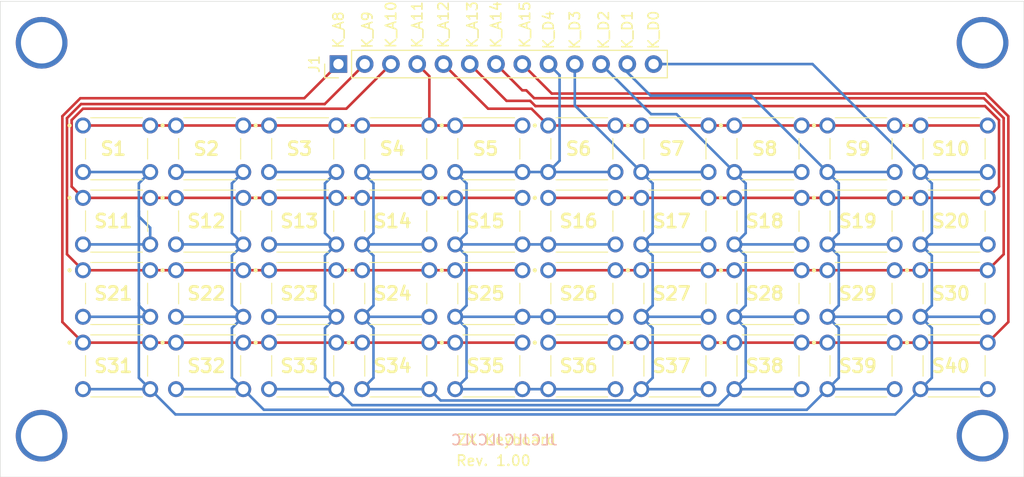
<source format=kicad_pcb>
(kicad_pcb (version 20171130) (host pcbnew "(5.1.6)-1")

  (general
    (thickness 1.6)
    (drawings 20)
    (tracks 267)
    (zones 0)
    (modules 41)
    (nets 14)
  )

  (page A4)
  (layers
    (0 F.Cu signal)
    (31 B.Cu signal)
    (32 B.Adhes user)
    (33 F.Adhes user)
    (34 B.Paste user)
    (35 F.Paste user)
    (36 B.SilkS user)
    (37 F.SilkS user)
    (38 B.Mask user)
    (39 F.Mask user)
    (40 Dwgs.User user hide)
    (41 Cmts.User user)
    (42 Eco1.User user)
    (43 Eco2.User user)
    (44 Edge.Cuts user)
    (45 Margin user)
    (46 B.CrtYd user hide)
    (47 F.CrtYd user hide)
    (48 B.Fab user hide)
    (49 F.Fab user hide)
  )

  (setup
    (last_trace_width 0.25)
    (trace_clearance 0.2)
    (zone_clearance 0.508)
    (zone_45_only no)
    (trace_min 0.2)
    (via_size 0.8)
    (via_drill 0.4)
    (via_min_size 0.4)
    (via_min_drill 0.3)
    (user_via 5 4)
    (uvia_size 0.3)
    (uvia_drill 0.1)
    (uvias_allowed no)
    (uvia_min_size 0.2)
    (uvia_min_drill 0.1)
    (edge_width 0.05)
    (segment_width 0.2)
    (pcb_text_width 0.3)
    (pcb_text_size 1.5 1.5)
    (mod_edge_width 0.12)
    (mod_text_size 1 1)
    (mod_text_width 0.15)
    (pad_size 1.524 1.524)
    (pad_drill 0.762)
    (pad_to_mask_clearance 0.05)
    (aux_axis_origin 0 0)
    (visible_elements 7FFFFFFF)
    (pcbplotparams
      (layerselection 0x010fc_ffffffff)
      (usegerberextensions false)
      (usegerberattributes true)
      (usegerberadvancedattributes true)
      (creategerberjobfile true)
      (excludeedgelayer true)
      (linewidth 0.100000)
      (plotframeref false)
      (viasonmask false)
      (mode 1)
      (useauxorigin false)
      (hpglpennumber 1)
      (hpglpenspeed 20)
      (hpglpendiameter 15.000000)
      (psnegative false)
      (psa4output false)
      (plotreference true)
      (plotvalue true)
      (plotinvisibletext false)
      (padsonsilk false)
      (subtractmaskfromsilk false)
      (outputformat 1)
      (mirror false)
      (drillshape 0)
      (scaleselection 1)
      (outputdirectory "gerber/"))
  )

  (net 0 "")
  (net 1 /K_A8)
  (net 2 /K_A9)
  (net 3 /K_A10)
  (net 4 /K_A11)
  (net 5 /K_A12)
  (net 6 /K_A13)
  (net 7 /K_A14)
  (net 8 /K_A15)
  (net 9 /K_D0)
  (net 10 /K_D1)
  (net 11 /K_D2)
  (net 12 /K_D3)
  (net 13 /K_D4)

  (net_class Default "This is the default net class."
    (clearance 0.2)
    (trace_width 0.25)
    (via_dia 0.8)
    (via_drill 0.4)
    (uvia_dia 0.3)
    (uvia_drill 0.1)
    (add_net /K_A10)
    (add_net /K_A11)
    (add_net /K_A12)
    (add_net /K_A13)
    (add_net /K_A14)
    (add_net /K_A15)
    (add_net /K_A8)
    (add_net /K_A9)
    (add_net /K_D0)
    (add_net /K_D1)
    (add_net /K_D2)
    (add_net /K_D3)
    (add_net /K_D4)
  )

  (module SamacSys_Parts:118259104 (layer F.Cu) (tedit 0) (tstamp 5F639062)
    (at 63 105)
    (descr 1-1825910-4-2)
    (tags Switch)
    (path /5F63DEF5)
    (fp_text reference S4 (at 2.935 2.25) (layer F.SilkS)
      (effects (font (size 1.27 1.27) (thickness 0.254)))
    )
    (fp_text value 4 (at 2.935 2.25) (layer F.SilkS) hide
      (effects (font (size 1.27 1.27) (thickness 0.254)))
    )
    (fp_line (start -1.3 0.1) (end -1.3 0.1) (layer F.SilkS) (width 0.2))
    (fp_line (start -1.3 -0.1) (end -1.3 -0.1) (layer F.SilkS) (width 0.2))
    (fp_line (start 6.25 1.25) (end 6.25 3.25) (layer F.SilkS) (width 0.1))
    (fp_line (start 0.25 1.25) (end 0.25 3.25) (layer F.SilkS) (width 0.1))
    (fp_line (start 0.75 5.25) (end 5.75 5.25) (layer F.SilkS) (width 0.1))
    (fp_line (start 0.75 -0.75) (end 5.75 -0.75) (layer F.SilkS) (width 0.1))
    (fp_line (start -2.4 6.27) (end -2.4 -1.77) (layer F.CrtYd) (width 0.1))
    (fp_line (start 8.27 6.27) (end -2.4 6.27) (layer F.CrtYd) (width 0.1))
    (fp_line (start 8.27 -1.77) (end 8.27 6.27) (layer F.CrtYd) (width 0.1))
    (fp_line (start -2.4 -1.77) (end 8.27 -1.77) (layer F.CrtYd) (width 0.1))
    (fp_line (start 0.25 5.25) (end 0.25 -0.75) (layer F.Fab) (width 0.2))
    (fp_line (start 6.25 5.25) (end 0.25 5.25) (layer F.Fab) (width 0.2))
    (fp_line (start 6.25 -0.75) (end 6.25 5.25) (layer F.Fab) (width 0.2))
    (fp_line (start 0.25 -0.75) (end 6.25 -0.75) (layer F.Fab) (width 0.2))
    (fp_arc (start -1.3 0) (end -1.3 0.1) (angle 180) (layer F.SilkS) (width 0.2))
    (fp_arc (start -1.3 0) (end -1.3 -0.1) (angle 180) (layer F.SilkS) (width 0.2))
    (fp_text user %R (at 2.935 2.25) (layer F.Fab)
      (effects (font (size 1.27 1.27) (thickness 0.254)))
    )
    (pad 4 thru_hole circle (at 6.5 4.5) (size 1.54 1.54) (drill 0.99) (layers *.Cu *.Mask)
      (net 12 /K_D3))
    (pad 3 thru_hole circle (at 0 4.5) (size 1.54 1.54) (drill 0.99) (layers *.Cu *.Mask)
      (net 12 /K_D3))
    (pad 2 thru_hole circle (at 6.5 0) (size 1.54 1.54) (drill 0.99) (layers *.Cu *.Mask)
      (net 4 /K_A11))
    (pad 1 thru_hole circle (at 0 0) (size 1.54 1.54) (drill 0.99) (layers *.Cu *.Mask)
      (net 4 /K_A11))
    (model "D:\\docs\\GitHub\\DIY\\zx\\pentagon 128 portable\\KiCad\\SamacSys_Parts.3dshapes\\1-1825910-4.stp"
      (at (xyz 0 0 0))
      (scale (xyz 1 1 1))
      (rotate (xyz 0 0 0))
    )
  )

  (module SamacSys_Parts:118259104 (layer F.Cu) (tedit 0) (tstamp 5F63AE13)
    (at 72 105)
    (descr 1-1825910-4-2)
    (tags Switch)
    (path /5F63F23D)
    (fp_text reference S5 (at 2.935 2.25) (layer F.SilkS)
      (effects (font (size 1.27 1.27) (thickness 0.254)))
    )
    (fp_text value 5 (at 2.935 2.25) (layer F.SilkS) hide
      (effects (font (size 1.27 1.27) (thickness 0.254)))
    )
    (fp_line (start -1.3 0.1) (end -1.3 0.1) (layer F.SilkS) (width 0.2))
    (fp_line (start -1.3 -0.1) (end -1.3 -0.1) (layer F.SilkS) (width 0.2))
    (fp_line (start 6.25 1.25) (end 6.25 3.25) (layer F.SilkS) (width 0.1))
    (fp_line (start 0.25 1.25) (end 0.25 3.25) (layer F.SilkS) (width 0.1))
    (fp_line (start 0.75 5.25) (end 5.75 5.25) (layer F.SilkS) (width 0.1))
    (fp_line (start 0.75 -0.75) (end 5.75 -0.75) (layer F.SilkS) (width 0.1))
    (fp_line (start -2.4 6.27) (end -2.4 -1.77) (layer F.CrtYd) (width 0.1))
    (fp_line (start 8.27 6.27) (end -2.4 6.27) (layer F.CrtYd) (width 0.1))
    (fp_line (start 8.27 -1.77) (end 8.27 6.27) (layer F.CrtYd) (width 0.1))
    (fp_line (start -2.4 -1.77) (end 8.27 -1.77) (layer F.CrtYd) (width 0.1))
    (fp_line (start 0.25 5.25) (end 0.25 -0.75) (layer F.Fab) (width 0.2))
    (fp_line (start 6.25 5.25) (end 0.25 5.25) (layer F.Fab) (width 0.2))
    (fp_line (start 6.25 -0.75) (end 6.25 5.25) (layer F.Fab) (width 0.2))
    (fp_line (start 0.25 -0.75) (end 6.25 -0.75) (layer F.Fab) (width 0.2))
    (fp_arc (start -1.3 0) (end -1.3 0.1) (angle 180) (layer F.SilkS) (width 0.2))
    (fp_arc (start -1.3 0) (end -1.3 -0.1) (angle 180) (layer F.SilkS) (width 0.2))
    (fp_text user %R (at 2.935 2.25) (layer F.Fab)
      (effects (font (size 1.27 1.27) (thickness 0.254)))
    )
    (pad 4 thru_hole circle (at 6.5 4.5) (size 1.54 1.54) (drill 0.99) (layers *.Cu *.Mask)
      (net 13 /K_D4))
    (pad 3 thru_hole circle (at 0 4.5) (size 1.54 1.54) (drill 0.99) (layers *.Cu *.Mask)
      (net 13 /K_D4))
    (pad 2 thru_hole circle (at 6.5 0) (size 1.54 1.54) (drill 0.99) (layers *.Cu *.Mask)
      (net 4 /K_A11))
    (pad 1 thru_hole circle (at 0 0) (size 1.54 1.54) (drill 0.99) (layers *.Cu *.Mask)
      (net 4 /K_A11))
    (model "D:\\docs\\GitHub\\DIY\\zx\\pentagon 128 portable\\KiCad\\SamacSys_Parts.3dshapes\\1-1825910-4.stp"
      (at (xyz 0 0 0))
      (scale (xyz 1 1 1))
      (rotate (xyz 0 0 0))
    )
  )

  (module Connector_PinHeader_2.54mm:PinHeader_1x13_P2.54mm_Vertical (layer F.Cu) (tedit 59FED5CC) (tstamp 5F653429)
    (at 60.706 99.06 90)
    (descr "Through hole straight pin header, 1x13, 2.54mm pitch, single row")
    (tags "Through hole pin header THT 1x13 2.54mm single row")
    (path /5F69E816)
    (fp_text reference J1 (at 0 -2.33 90) (layer F.SilkS)
      (effects (font (size 1 1) (thickness 0.15)))
    )
    (fp_text value Conn_01x13 (at 0 32.81 90) (layer F.Fab)
      (effects (font (size 1 1) (thickness 0.15)))
    )
    (fp_line (start -0.635 -1.27) (end 1.27 -1.27) (layer F.Fab) (width 0.1))
    (fp_line (start 1.27 -1.27) (end 1.27 31.75) (layer F.Fab) (width 0.1))
    (fp_line (start 1.27 31.75) (end -1.27 31.75) (layer F.Fab) (width 0.1))
    (fp_line (start -1.27 31.75) (end -1.27 -0.635) (layer F.Fab) (width 0.1))
    (fp_line (start -1.27 -0.635) (end -0.635 -1.27) (layer F.Fab) (width 0.1))
    (fp_line (start -1.33 31.81) (end 1.33 31.81) (layer F.SilkS) (width 0.12))
    (fp_line (start -1.33 1.27) (end -1.33 31.81) (layer F.SilkS) (width 0.12))
    (fp_line (start 1.33 1.27) (end 1.33 31.81) (layer F.SilkS) (width 0.12))
    (fp_line (start -1.33 1.27) (end 1.33 1.27) (layer F.SilkS) (width 0.12))
    (fp_line (start -1.33 0) (end -1.33 -1.33) (layer F.SilkS) (width 0.12))
    (fp_line (start -1.33 -1.33) (end 0 -1.33) (layer F.SilkS) (width 0.12))
    (fp_line (start -1.8 -1.8) (end -1.8 32.25) (layer F.CrtYd) (width 0.05))
    (fp_line (start -1.8 32.25) (end 1.8 32.25) (layer F.CrtYd) (width 0.05))
    (fp_line (start 1.8 32.25) (end 1.8 -1.8) (layer F.CrtYd) (width 0.05))
    (fp_line (start 1.8 -1.8) (end -1.8 -1.8) (layer F.CrtYd) (width 0.05))
    (fp_text user %R (at 0 15.24) (layer F.Fab)
      (effects (font (size 1 1) (thickness 0.15)))
    )
    (pad 13 thru_hole oval (at 0 30.48 90) (size 1.7 1.7) (drill 1) (layers *.Cu *.Mask)
      (net 9 /K_D0))
    (pad 12 thru_hole oval (at 0 27.94 90) (size 1.7 1.7) (drill 1) (layers *.Cu *.Mask)
      (net 10 /K_D1))
    (pad 11 thru_hole oval (at 0 25.4 90) (size 1.7 1.7) (drill 1) (layers *.Cu *.Mask)
      (net 11 /K_D2))
    (pad 10 thru_hole oval (at 0 22.86 90) (size 1.7 1.7) (drill 1) (layers *.Cu *.Mask)
      (net 12 /K_D3))
    (pad 9 thru_hole oval (at 0 20.32 90) (size 1.7 1.7) (drill 1) (layers *.Cu *.Mask)
      (net 13 /K_D4))
    (pad 8 thru_hole oval (at 0 17.78 90) (size 1.7 1.7) (drill 1) (layers *.Cu *.Mask)
      (net 8 /K_A15))
    (pad 7 thru_hole oval (at 0 15.24 90) (size 1.7 1.7) (drill 1) (layers *.Cu *.Mask)
      (net 7 /K_A14))
    (pad 6 thru_hole oval (at 0 12.7 90) (size 1.7 1.7) (drill 1) (layers *.Cu *.Mask)
      (net 6 /K_A13))
    (pad 5 thru_hole oval (at 0 10.16 90) (size 1.7 1.7) (drill 1) (layers *.Cu *.Mask)
      (net 5 /K_A12))
    (pad 4 thru_hole oval (at 0 7.62 90) (size 1.7 1.7) (drill 1) (layers *.Cu *.Mask)
      (net 4 /K_A11))
    (pad 3 thru_hole oval (at 0 5.08 90) (size 1.7 1.7) (drill 1) (layers *.Cu *.Mask)
      (net 3 /K_A10))
    (pad 2 thru_hole oval (at 0 2.54 90) (size 1.7 1.7) (drill 1) (layers *.Cu *.Mask)
      (net 2 /K_A9))
    (pad 1 thru_hole rect (at 0 0 90) (size 1.7 1.7) (drill 1) (layers *.Cu *.Mask)
      (net 1 /K_A8))
    (model ${KISYS3DMOD}/Connector_PinHeader_2.54mm.3dshapes/PinHeader_1x13_P2.54mm_Vertical.wrl
      (at (xyz 0 0 0))
      (scale (xyz 1 1 1))
      (rotate (xyz 0 0 0))
    )
  )

  (module SamacSys_Parts:118259104 (layer F.Cu) (tedit 0) (tstamp 5F63B17E)
    (at 117 126)
    (descr 1-1825910-4-2)
    (tags Switch)
    (path /5F703774)
    (fp_text reference S40 (at 2.935 2.25) (layer F.SilkS)
      (effects (font (size 1.27 1.27) (thickness 0.254)))
    )
    (fp_text value SPACE (at 2.935 2.25) (layer F.SilkS) hide
      (effects (font (size 1.27 1.27) (thickness 0.254)))
    )
    (fp_line (start -1.3 0.1) (end -1.3 0.1) (layer F.SilkS) (width 0.2))
    (fp_line (start -1.3 -0.1) (end -1.3 -0.1) (layer F.SilkS) (width 0.2))
    (fp_line (start 6.25 1.25) (end 6.25 3.25) (layer F.SilkS) (width 0.1))
    (fp_line (start 0.25 1.25) (end 0.25 3.25) (layer F.SilkS) (width 0.1))
    (fp_line (start 0.75 5.25) (end 5.75 5.25) (layer F.SilkS) (width 0.1))
    (fp_line (start 0.75 -0.75) (end 5.75 -0.75) (layer F.SilkS) (width 0.1))
    (fp_line (start -2.4 6.27) (end -2.4 -1.77) (layer F.CrtYd) (width 0.1))
    (fp_line (start 8.27 6.27) (end -2.4 6.27) (layer F.CrtYd) (width 0.1))
    (fp_line (start 8.27 -1.77) (end 8.27 6.27) (layer F.CrtYd) (width 0.1))
    (fp_line (start -2.4 -1.77) (end 8.27 -1.77) (layer F.CrtYd) (width 0.1))
    (fp_line (start 0.25 5.25) (end 0.25 -0.75) (layer F.Fab) (width 0.2))
    (fp_line (start 6.25 5.25) (end 0.25 5.25) (layer F.Fab) (width 0.2))
    (fp_line (start 6.25 -0.75) (end 6.25 5.25) (layer F.Fab) (width 0.2))
    (fp_line (start 0.25 -0.75) (end 6.25 -0.75) (layer F.Fab) (width 0.2))
    (fp_arc (start -1.3 0) (end -1.3 0.1) (angle 180) (layer F.SilkS) (width 0.2))
    (fp_arc (start -1.3 0) (end -1.3 -0.1) (angle 180) (layer F.SilkS) (width 0.2))
    (fp_text user %R (at 2.935 2.25) (layer F.Fab)
      (effects (font (size 1.27 1.27) (thickness 0.254)))
    )
    (pad 4 thru_hole circle (at 6.5 4.5) (size 1.54 1.54) (drill 0.99) (layers *.Cu *.Mask)
      (net 9 /K_D0))
    (pad 3 thru_hole circle (at 0 4.5) (size 1.54 1.54) (drill 0.99) (layers *.Cu *.Mask)
      (net 9 /K_D0))
    (pad 2 thru_hole circle (at 6.5 0) (size 1.54 1.54) (drill 0.99) (layers *.Cu *.Mask)
      (net 8 /K_A15))
    (pad 1 thru_hole circle (at 0 0) (size 1.54 1.54) (drill 0.99) (layers *.Cu *.Mask)
      (net 8 /K_A15))
    (model "D:\\docs\\GitHub\\DIY\\zx\\pentagon 128 portable\\KiCad\\SamacSys_Parts.3dshapes\\1-1825910-4.stp"
      (at (xyz 0 0 0))
      (scale (xyz 1 1 1))
      (rotate (xyz 0 0 0))
    )
  )

  (module SamacSys_Parts:118259104 (layer F.Cu) (tedit 0) (tstamp 5F63B165)
    (at 108 126)
    (descr 1-1825910-4-2)
    (tags Switch)
    (path /5F703764)
    (fp_text reference S39 (at 2.935 2.25) (layer F.SilkS)
      (effects (font (size 1.27 1.27) (thickness 0.254)))
    )
    (fp_text value SYMB (at 2.935 2.25) (layer F.SilkS) hide
      (effects (font (size 1.27 1.27) (thickness 0.254)))
    )
    (fp_line (start -1.3 0.1) (end -1.3 0.1) (layer F.SilkS) (width 0.2))
    (fp_line (start -1.3 -0.1) (end -1.3 -0.1) (layer F.SilkS) (width 0.2))
    (fp_line (start 6.25 1.25) (end 6.25 3.25) (layer F.SilkS) (width 0.1))
    (fp_line (start 0.25 1.25) (end 0.25 3.25) (layer F.SilkS) (width 0.1))
    (fp_line (start 0.75 5.25) (end 5.75 5.25) (layer F.SilkS) (width 0.1))
    (fp_line (start 0.75 -0.75) (end 5.75 -0.75) (layer F.SilkS) (width 0.1))
    (fp_line (start -2.4 6.27) (end -2.4 -1.77) (layer F.CrtYd) (width 0.1))
    (fp_line (start 8.27 6.27) (end -2.4 6.27) (layer F.CrtYd) (width 0.1))
    (fp_line (start 8.27 -1.77) (end 8.27 6.27) (layer F.CrtYd) (width 0.1))
    (fp_line (start -2.4 -1.77) (end 8.27 -1.77) (layer F.CrtYd) (width 0.1))
    (fp_line (start 0.25 5.25) (end 0.25 -0.75) (layer F.Fab) (width 0.2))
    (fp_line (start 6.25 5.25) (end 0.25 5.25) (layer F.Fab) (width 0.2))
    (fp_line (start 6.25 -0.75) (end 6.25 5.25) (layer F.Fab) (width 0.2))
    (fp_line (start 0.25 -0.75) (end 6.25 -0.75) (layer F.Fab) (width 0.2))
    (fp_arc (start -1.3 0) (end -1.3 0.1) (angle 180) (layer F.SilkS) (width 0.2))
    (fp_arc (start -1.3 0) (end -1.3 -0.1) (angle 180) (layer F.SilkS) (width 0.2))
    (fp_text user %R (at 2.935 2.25) (layer F.Fab)
      (effects (font (size 1.27 1.27) (thickness 0.254)))
    )
    (pad 4 thru_hole circle (at 6.5 4.5) (size 1.54 1.54) (drill 0.99) (layers *.Cu *.Mask)
      (net 10 /K_D1))
    (pad 3 thru_hole circle (at 0 4.5) (size 1.54 1.54) (drill 0.99) (layers *.Cu *.Mask)
      (net 10 /K_D1))
    (pad 2 thru_hole circle (at 6.5 0) (size 1.54 1.54) (drill 0.99) (layers *.Cu *.Mask)
      (net 8 /K_A15))
    (pad 1 thru_hole circle (at 0 0) (size 1.54 1.54) (drill 0.99) (layers *.Cu *.Mask)
      (net 8 /K_A15))
    (model "D:\\docs\\GitHub\\DIY\\zx\\pentagon 128 portable\\KiCad\\SamacSys_Parts.3dshapes\\1-1825910-4.stp"
      (at (xyz 0 0 0))
      (scale (xyz 1 1 1))
      (rotate (xyz 0 0 0))
    )
  )

  (module SamacSys_Parts:118259104 (layer F.Cu) (tedit 0) (tstamp 5F63B14C)
    (at 99 126)
    (descr 1-1825910-4-2)
    (tags Switch)
    (path /5F703754)
    (fp_text reference S38 (at 2.935 2.25) (layer F.SilkS)
      (effects (font (size 1.27 1.27) (thickness 0.254)))
    )
    (fp_text value M (at 2.935 2.25) (layer F.SilkS) hide
      (effects (font (size 1.27 1.27) (thickness 0.254)))
    )
    (fp_line (start -1.3 0.1) (end -1.3 0.1) (layer F.SilkS) (width 0.2))
    (fp_line (start -1.3 -0.1) (end -1.3 -0.1) (layer F.SilkS) (width 0.2))
    (fp_line (start 6.25 1.25) (end 6.25 3.25) (layer F.SilkS) (width 0.1))
    (fp_line (start 0.25 1.25) (end 0.25 3.25) (layer F.SilkS) (width 0.1))
    (fp_line (start 0.75 5.25) (end 5.75 5.25) (layer F.SilkS) (width 0.1))
    (fp_line (start 0.75 -0.75) (end 5.75 -0.75) (layer F.SilkS) (width 0.1))
    (fp_line (start -2.4 6.27) (end -2.4 -1.77) (layer F.CrtYd) (width 0.1))
    (fp_line (start 8.27 6.27) (end -2.4 6.27) (layer F.CrtYd) (width 0.1))
    (fp_line (start 8.27 -1.77) (end 8.27 6.27) (layer F.CrtYd) (width 0.1))
    (fp_line (start -2.4 -1.77) (end 8.27 -1.77) (layer F.CrtYd) (width 0.1))
    (fp_line (start 0.25 5.25) (end 0.25 -0.75) (layer F.Fab) (width 0.2))
    (fp_line (start 6.25 5.25) (end 0.25 5.25) (layer F.Fab) (width 0.2))
    (fp_line (start 6.25 -0.75) (end 6.25 5.25) (layer F.Fab) (width 0.2))
    (fp_line (start 0.25 -0.75) (end 6.25 -0.75) (layer F.Fab) (width 0.2))
    (fp_arc (start -1.3 0) (end -1.3 0.1) (angle 180) (layer F.SilkS) (width 0.2))
    (fp_arc (start -1.3 0) (end -1.3 -0.1) (angle 180) (layer F.SilkS) (width 0.2))
    (fp_text user %R (at 2.935 2.25) (layer F.Fab)
      (effects (font (size 1.27 1.27) (thickness 0.254)))
    )
    (pad 4 thru_hole circle (at 6.5 4.5) (size 1.54 1.54) (drill 0.99) (layers *.Cu *.Mask)
      (net 11 /K_D2))
    (pad 3 thru_hole circle (at 0 4.5) (size 1.54 1.54) (drill 0.99) (layers *.Cu *.Mask)
      (net 11 /K_D2))
    (pad 2 thru_hole circle (at 6.5 0) (size 1.54 1.54) (drill 0.99) (layers *.Cu *.Mask)
      (net 8 /K_A15))
    (pad 1 thru_hole circle (at 0 0) (size 1.54 1.54) (drill 0.99) (layers *.Cu *.Mask)
      (net 8 /K_A15))
    (model "D:\\docs\\GitHub\\DIY\\zx\\pentagon 128 portable\\KiCad\\SamacSys_Parts.3dshapes\\1-1825910-4.stp"
      (at (xyz 0 0 0))
      (scale (xyz 1 1 1))
      (rotate (xyz 0 0 0))
    )
  )

  (module SamacSys_Parts:118259104 (layer F.Cu) (tedit 0) (tstamp 5F63B133)
    (at 90 126)
    (descr 1-1825910-4-2)
    (tags Switch)
    (path /5F703744)
    (fp_text reference S37 (at 2.935 2.25) (layer F.SilkS)
      (effects (font (size 1.27 1.27) (thickness 0.254)))
    )
    (fp_text value N (at 2.935 2.25) (layer F.SilkS) hide
      (effects (font (size 1.27 1.27) (thickness 0.254)))
    )
    (fp_line (start -1.3 0.1) (end -1.3 0.1) (layer F.SilkS) (width 0.2))
    (fp_line (start -1.3 -0.1) (end -1.3 -0.1) (layer F.SilkS) (width 0.2))
    (fp_line (start 6.25 1.25) (end 6.25 3.25) (layer F.SilkS) (width 0.1))
    (fp_line (start 0.25 1.25) (end 0.25 3.25) (layer F.SilkS) (width 0.1))
    (fp_line (start 0.75 5.25) (end 5.75 5.25) (layer F.SilkS) (width 0.1))
    (fp_line (start 0.75 -0.75) (end 5.75 -0.75) (layer F.SilkS) (width 0.1))
    (fp_line (start -2.4 6.27) (end -2.4 -1.77) (layer F.CrtYd) (width 0.1))
    (fp_line (start 8.27 6.27) (end -2.4 6.27) (layer F.CrtYd) (width 0.1))
    (fp_line (start 8.27 -1.77) (end 8.27 6.27) (layer F.CrtYd) (width 0.1))
    (fp_line (start -2.4 -1.77) (end 8.27 -1.77) (layer F.CrtYd) (width 0.1))
    (fp_line (start 0.25 5.25) (end 0.25 -0.75) (layer F.Fab) (width 0.2))
    (fp_line (start 6.25 5.25) (end 0.25 5.25) (layer F.Fab) (width 0.2))
    (fp_line (start 6.25 -0.75) (end 6.25 5.25) (layer F.Fab) (width 0.2))
    (fp_line (start 0.25 -0.75) (end 6.25 -0.75) (layer F.Fab) (width 0.2))
    (fp_arc (start -1.3 0) (end -1.3 0.1) (angle 180) (layer F.SilkS) (width 0.2))
    (fp_arc (start -1.3 0) (end -1.3 -0.1) (angle 180) (layer F.SilkS) (width 0.2))
    (fp_text user %R (at 2.935 2.25) (layer F.Fab)
      (effects (font (size 1.27 1.27) (thickness 0.254)))
    )
    (pad 4 thru_hole circle (at 6.5 4.5) (size 1.54 1.54) (drill 0.99) (layers *.Cu *.Mask)
      (net 12 /K_D3))
    (pad 3 thru_hole circle (at 0 4.5) (size 1.54 1.54) (drill 0.99) (layers *.Cu *.Mask)
      (net 12 /K_D3))
    (pad 2 thru_hole circle (at 6.5 0) (size 1.54 1.54) (drill 0.99) (layers *.Cu *.Mask)
      (net 8 /K_A15))
    (pad 1 thru_hole circle (at 0 0) (size 1.54 1.54) (drill 0.99) (layers *.Cu *.Mask)
      (net 8 /K_A15))
    (model "D:\\docs\\GitHub\\DIY\\zx\\pentagon 128 portable\\KiCad\\SamacSys_Parts.3dshapes\\1-1825910-4.stp"
      (at (xyz 0 0 0))
      (scale (xyz 1 1 1))
      (rotate (xyz 0 0 0))
    )
  )

  (module SamacSys_Parts:118259104 (layer F.Cu) (tedit 0) (tstamp 5F63B11A)
    (at 81 126)
    (descr 1-1825910-4-2)
    (tags Switch)
    (path /5F703784)
    (fp_text reference S36 (at 2.935 2.25) (layer F.SilkS)
      (effects (font (size 1.27 1.27) (thickness 0.254)))
    )
    (fp_text value B (at 2.935 2.25) (layer F.SilkS) hide
      (effects (font (size 1.27 1.27) (thickness 0.254)))
    )
    (fp_line (start -1.3 0.1) (end -1.3 0.1) (layer F.SilkS) (width 0.2))
    (fp_line (start -1.3 -0.1) (end -1.3 -0.1) (layer F.SilkS) (width 0.2))
    (fp_line (start 6.25 1.25) (end 6.25 3.25) (layer F.SilkS) (width 0.1))
    (fp_line (start 0.25 1.25) (end 0.25 3.25) (layer F.SilkS) (width 0.1))
    (fp_line (start 0.75 5.25) (end 5.75 5.25) (layer F.SilkS) (width 0.1))
    (fp_line (start 0.75 -0.75) (end 5.75 -0.75) (layer F.SilkS) (width 0.1))
    (fp_line (start -2.4 6.27) (end -2.4 -1.77) (layer F.CrtYd) (width 0.1))
    (fp_line (start 8.27 6.27) (end -2.4 6.27) (layer F.CrtYd) (width 0.1))
    (fp_line (start 8.27 -1.77) (end 8.27 6.27) (layer F.CrtYd) (width 0.1))
    (fp_line (start -2.4 -1.77) (end 8.27 -1.77) (layer F.CrtYd) (width 0.1))
    (fp_line (start 0.25 5.25) (end 0.25 -0.75) (layer F.Fab) (width 0.2))
    (fp_line (start 6.25 5.25) (end 0.25 5.25) (layer F.Fab) (width 0.2))
    (fp_line (start 6.25 -0.75) (end 6.25 5.25) (layer F.Fab) (width 0.2))
    (fp_line (start 0.25 -0.75) (end 6.25 -0.75) (layer F.Fab) (width 0.2))
    (fp_arc (start -1.3 0) (end -1.3 0.1) (angle 180) (layer F.SilkS) (width 0.2))
    (fp_arc (start -1.3 0) (end -1.3 -0.1) (angle 180) (layer F.SilkS) (width 0.2))
    (fp_text user %R (at 2.935 2.25) (layer F.Fab)
      (effects (font (size 1.27 1.27) (thickness 0.254)))
    )
    (pad 4 thru_hole circle (at 6.5 4.5) (size 1.54 1.54) (drill 0.99) (layers *.Cu *.Mask)
      (net 13 /K_D4))
    (pad 3 thru_hole circle (at 0 4.5) (size 1.54 1.54) (drill 0.99) (layers *.Cu *.Mask)
      (net 13 /K_D4))
    (pad 2 thru_hole circle (at 6.5 0) (size 1.54 1.54) (drill 0.99) (layers *.Cu *.Mask)
      (net 8 /K_A15))
    (pad 1 thru_hole circle (at 0 0) (size 1.54 1.54) (drill 0.99) (layers *.Cu *.Mask)
      (net 8 /K_A15))
    (model "D:\\docs\\GitHub\\DIY\\zx\\pentagon 128 portable\\KiCad\\SamacSys_Parts.3dshapes\\1-1825910-4.stp"
      (at (xyz 0 0 0))
      (scale (xyz 1 1 1))
      (rotate (xyz 0 0 0))
    )
  )

  (module SamacSys_Parts:118259104 (layer F.Cu) (tedit 0) (tstamp 5F63B101)
    (at 72 126)
    (descr 1-1825910-4-2)
    (tags Switch)
    (path /5F70371A)
    (fp_text reference S35 (at 2.935 2.25) (layer F.SilkS)
      (effects (font (size 1.27 1.27) (thickness 0.254)))
    )
    (fp_text value V (at 2.935 2.25) (layer F.SilkS) hide
      (effects (font (size 1.27 1.27) (thickness 0.254)))
    )
    (fp_line (start -1.3 0.1) (end -1.3 0.1) (layer F.SilkS) (width 0.2))
    (fp_line (start -1.3 -0.1) (end -1.3 -0.1) (layer F.SilkS) (width 0.2))
    (fp_line (start 6.25 1.25) (end 6.25 3.25) (layer F.SilkS) (width 0.1))
    (fp_line (start 0.25 1.25) (end 0.25 3.25) (layer F.SilkS) (width 0.1))
    (fp_line (start 0.75 5.25) (end 5.75 5.25) (layer F.SilkS) (width 0.1))
    (fp_line (start 0.75 -0.75) (end 5.75 -0.75) (layer F.SilkS) (width 0.1))
    (fp_line (start -2.4 6.27) (end -2.4 -1.77) (layer F.CrtYd) (width 0.1))
    (fp_line (start 8.27 6.27) (end -2.4 6.27) (layer F.CrtYd) (width 0.1))
    (fp_line (start 8.27 -1.77) (end 8.27 6.27) (layer F.CrtYd) (width 0.1))
    (fp_line (start -2.4 -1.77) (end 8.27 -1.77) (layer F.CrtYd) (width 0.1))
    (fp_line (start 0.25 5.25) (end 0.25 -0.75) (layer F.Fab) (width 0.2))
    (fp_line (start 6.25 5.25) (end 0.25 5.25) (layer F.Fab) (width 0.2))
    (fp_line (start 6.25 -0.75) (end 6.25 5.25) (layer F.Fab) (width 0.2))
    (fp_line (start 0.25 -0.75) (end 6.25 -0.75) (layer F.Fab) (width 0.2))
    (fp_arc (start -1.3 0) (end -1.3 0.1) (angle 180) (layer F.SilkS) (width 0.2))
    (fp_arc (start -1.3 0) (end -1.3 -0.1) (angle 180) (layer F.SilkS) (width 0.2))
    (fp_text user %R (at 2.935 2.25) (layer F.Fab)
      (effects (font (size 1.27 1.27) (thickness 0.254)))
    )
    (pad 4 thru_hole circle (at 6.5 4.5) (size 1.54 1.54) (drill 0.99) (layers *.Cu *.Mask)
      (net 13 /K_D4))
    (pad 3 thru_hole circle (at 0 4.5) (size 1.54 1.54) (drill 0.99) (layers *.Cu *.Mask)
      (net 13 /K_D4))
    (pad 2 thru_hole circle (at 6.5 0) (size 1.54 1.54) (drill 0.99) (layers *.Cu *.Mask)
      (net 1 /K_A8))
    (pad 1 thru_hole circle (at 0 0) (size 1.54 1.54) (drill 0.99) (layers *.Cu *.Mask)
      (net 1 /K_A8))
    (model "D:\\docs\\GitHub\\DIY\\zx\\pentagon 128 portable\\KiCad\\SamacSys_Parts.3dshapes\\1-1825910-4.stp"
      (at (xyz 0 0 0))
      (scale (xyz 1 1 1))
      (rotate (xyz 0 0 0))
    )
  )

  (module SamacSys_Parts:118259104 (layer F.Cu) (tedit 0) (tstamp 5F63B0E8)
    (at 63 126)
    (descr 1-1825910-4-2)
    (tags Switch)
    (path /5F70370A)
    (fp_text reference S34 (at 2.935 2.25) (layer F.SilkS)
      (effects (font (size 1.27 1.27) (thickness 0.254)))
    )
    (fp_text value C (at 2.935 2.25) (layer F.SilkS) hide
      (effects (font (size 1.27 1.27) (thickness 0.254)))
    )
    (fp_line (start -1.3 0.1) (end -1.3 0.1) (layer F.SilkS) (width 0.2))
    (fp_line (start -1.3 -0.1) (end -1.3 -0.1) (layer F.SilkS) (width 0.2))
    (fp_line (start 6.25 1.25) (end 6.25 3.25) (layer F.SilkS) (width 0.1))
    (fp_line (start 0.25 1.25) (end 0.25 3.25) (layer F.SilkS) (width 0.1))
    (fp_line (start 0.75 5.25) (end 5.75 5.25) (layer F.SilkS) (width 0.1))
    (fp_line (start 0.75 -0.75) (end 5.75 -0.75) (layer F.SilkS) (width 0.1))
    (fp_line (start -2.4 6.27) (end -2.4 -1.77) (layer F.CrtYd) (width 0.1))
    (fp_line (start 8.27 6.27) (end -2.4 6.27) (layer F.CrtYd) (width 0.1))
    (fp_line (start 8.27 -1.77) (end 8.27 6.27) (layer F.CrtYd) (width 0.1))
    (fp_line (start -2.4 -1.77) (end 8.27 -1.77) (layer F.CrtYd) (width 0.1))
    (fp_line (start 0.25 5.25) (end 0.25 -0.75) (layer F.Fab) (width 0.2))
    (fp_line (start 6.25 5.25) (end 0.25 5.25) (layer F.Fab) (width 0.2))
    (fp_line (start 6.25 -0.75) (end 6.25 5.25) (layer F.Fab) (width 0.2))
    (fp_line (start 0.25 -0.75) (end 6.25 -0.75) (layer F.Fab) (width 0.2))
    (fp_arc (start -1.3 0) (end -1.3 0.1) (angle 180) (layer F.SilkS) (width 0.2))
    (fp_arc (start -1.3 0) (end -1.3 -0.1) (angle 180) (layer F.SilkS) (width 0.2))
    (fp_text user %R (at 2.935 2.25) (layer F.Fab)
      (effects (font (size 1.27 1.27) (thickness 0.254)))
    )
    (pad 4 thru_hole circle (at 6.5 4.5) (size 1.54 1.54) (drill 0.99) (layers *.Cu *.Mask)
      (net 12 /K_D3))
    (pad 3 thru_hole circle (at 0 4.5) (size 1.54 1.54) (drill 0.99) (layers *.Cu *.Mask)
      (net 12 /K_D3))
    (pad 2 thru_hole circle (at 6.5 0) (size 1.54 1.54) (drill 0.99) (layers *.Cu *.Mask)
      (net 1 /K_A8))
    (pad 1 thru_hole circle (at 0 0) (size 1.54 1.54) (drill 0.99) (layers *.Cu *.Mask)
      (net 1 /K_A8))
    (model "D:\\docs\\GitHub\\DIY\\zx\\pentagon 128 portable\\KiCad\\SamacSys_Parts.3dshapes\\1-1825910-4.stp"
      (at (xyz 0 0 0))
      (scale (xyz 1 1 1))
      (rotate (xyz 0 0 0))
    )
  )

  (module SamacSys_Parts:118259104 (layer F.Cu) (tedit 0) (tstamp 5F63B0CF)
    (at 54 126)
    (descr 1-1825910-4-2)
    (tags Switch)
    (path /5F7036FA)
    (fp_text reference S33 (at 2.935 2.25) (layer F.SilkS)
      (effects (font (size 1.27 1.27) (thickness 0.254)))
    )
    (fp_text value X (at 2.935 2.25) (layer F.SilkS) hide
      (effects (font (size 1.27 1.27) (thickness 0.254)))
    )
    (fp_line (start -1.3 0.1) (end -1.3 0.1) (layer F.SilkS) (width 0.2))
    (fp_line (start -1.3 -0.1) (end -1.3 -0.1) (layer F.SilkS) (width 0.2))
    (fp_line (start 6.25 1.25) (end 6.25 3.25) (layer F.SilkS) (width 0.1))
    (fp_line (start 0.25 1.25) (end 0.25 3.25) (layer F.SilkS) (width 0.1))
    (fp_line (start 0.75 5.25) (end 5.75 5.25) (layer F.SilkS) (width 0.1))
    (fp_line (start 0.75 -0.75) (end 5.75 -0.75) (layer F.SilkS) (width 0.1))
    (fp_line (start -2.4 6.27) (end -2.4 -1.77) (layer F.CrtYd) (width 0.1))
    (fp_line (start 8.27 6.27) (end -2.4 6.27) (layer F.CrtYd) (width 0.1))
    (fp_line (start 8.27 -1.77) (end 8.27 6.27) (layer F.CrtYd) (width 0.1))
    (fp_line (start -2.4 -1.77) (end 8.27 -1.77) (layer F.CrtYd) (width 0.1))
    (fp_line (start 0.25 5.25) (end 0.25 -0.75) (layer F.Fab) (width 0.2))
    (fp_line (start 6.25 5.25) (end 0.25 5.25) (layer F.Fab) (width 0.2))
    (fp_line (start 6.25 -0.75) (end 6.25 5.25) (layer F.Fab) (width 0.2))
    (fp_line (start 0.25 -0.75) (end 6.25 -0.75) (layer F.Fab) (width 0.2))
    (fp_arc (start -1.3 0) (end -1.3 0.1) (angle 180) (layer F.SilkS) (width 0.2))
    (fp_arc (start -1.3 0) (end -1.3 -0.1) (angle 180) (layer F.SilkS) (width 0.2))
    (fp_text user %R (at 2.935 2.25) (layer F.Fab)
      (effects (font (size 1.27 1.27) (thickness 0.254)))
    )
    (pad 4 thru_hole circle (at 6.5 4.5) (size 1.54 1.54) (drill 0.99) (layers *.Cu *.Mask)
      (net 11 /K_D2))
    (pad 3 thru_hole circle (at 0 4.5) (size 1.54 1.54) (drill 0.99) (layers *.Cu *.Mask)
      (net 11 /K_D2))
    (pad 2 thru_hole circle (at 6.5 0) (size 1.54 1.54) (drill 0.99) (layers *.Cu *.Mask)
      (net 1 /K_A8))
    (pad 1 thru_hole circle (at 0 0) (size 1.54 1.54) (drill 0.99) (layers *.Cu *.Mask)
      (net 1 /K_A8))
    (model "D:\\docs\\GitHub\\DIY\\zx\\pentagon 128 portable\\KiCad\\SamacSys_Parts.3dshapes\\1-1825910-4.stp"
      (at (xyz 0 0 0))
      (scale (xyz 1 1 1))
      (rotate (xyz 0 0 0))
    )
  )

  (module SamacSys_Parts:118259104 (layer F.Cu) (tedit 0) (tstamp 5F63B0B6)
    (at 45 126)
    (descr 1-1825910-4-2)
    (tags Switch)
    (path /5F7036EA)
    (fp_text reference S32 (at 2.935 2.25) (layer F.SilkS)
      (effects (font (size 1.27 1.27) (thickness 0.254)))
    )
    (fp_text value Z (at 2.935 2.25) (layer F.SilkS) hide
      (effects (font (size 1.27 1.27) (thickness 0.254)))
    )
    (fp_line (start -1.3 0.1) (end -1.3 0.1) (layer F.SilkS) (width 0.2))
    (fp_line (start -1.3 -0.1) (end -1.3 -0.1) (layer F.SilkS) (width 0.2))
    (fp_line (start 6.25 1.25) (end 6.25 3.25) (layer F.SilkS) (width 0.1))
    (fp_line (start 0.25 1.25) (end 0.25 3.25) (layer F.SilkS) (width 0.1))
    (fp_line (start 0.75 5.25) (end 5.75 5.25) (layer F.SilkS) (width 0.1))
    (fp_line (start 0.75 -0.75) (end 5.75 -0.75) (layer F.SilkS) (width 0.1))
    (fp_line (start -2.4 6.27) (end -2.4 -1.77) (layer F.CrtYd) (width 0.1))
    (fp_line (start 8.27 6.27) (end -2.4 6.27) (layer F.CrtYd) (width 0.1))
    (fp_line (start 8.27 -1.77) (end 8.27 6.27) (layer F.CrtYd) (width 0.1))
    (fp_line (start -2.4 -1.77) (end 8.27 -1.77) (layer F.CrtYd) (width 0.1))
    (fp_line (start 0.25 5.25) (end 0.25 -0.75) (layer F.Fab) (width 0.2))
    (fp_line (start 6.25 5.25) (end 0.25 5.25) (layer F.Fab) (width 0.2))
    (fp_line (start 6.25 -0.75) (end 6.25 5.25) (layer F.Fab) (width 0.2))
    (fp_line (start 0.25 -0.75) (end 6.25 -0.75) (layer F.Fab) (width 0.2))
    (fp_arc (start -1.3 0) (end -1.3 0.1) (angle 180) (layer F.SilkS) (width 0.2))
    (fp_arc (start -1.3 0) (end -1.3 -0.1) (angle 180) (layer F.SilkS) (width 0.2))
    (fp_text user %R (at 2.935 2.25) (layer F.Fab)
      (effects (font (size 1.27 1.27) (thickness 0.254)))
    )
    (pad 4 thru_hole circle (at 6.5 4.5) (size 1.54 1.54) (drill 0.99) (layers *.Cu *.Mask)
      (net 10 /K_D1))
    (pad 3 thru_hole circle (at 0 4.5) (size 1.54 1.54) (drill 0.99) (layers *.Cu *.Mask)
      (net 10 /K_D1))
    (pad 2 thru_hole circle (at 6.5 0) (size 1.54 1.54) (drill 0.99) (layers *.Cu *.Mask)
      (net 1 /K_A8))
    (pad 1 thru_hole circle (at 0 0) (size 1.54 1.54) (drill 0.99) (layers *.Cu *.Mask)
      (net 1 /K_A8))
    (model "D:\\docs\\GitHub\\DIY\\zx\\pentagon 128 portable\\KiCad\\SamacSys_Parts.3dshapes\\1-1825910-4.stp"
      (at (xyz 0 0 0))
      (scale (xyz 1 1 1))
      (rotate (xyz 0 0 0))
    )
  )

  (module SamacSys_Parts:118259104 (layer F.Cu) (tedit 0) (tstamp 5F63B09D)
    (at 36 126)
    (descr 1-1825910-4-2)
    (tags Switch)
    (path /5F70372A)
    (fp_text reference S31 (at 2.935 2.25) (layer F.SilkS)
      (effects (font (size 1.27 1.27) (thickness 0.254)))
    )
    (fp_text value CAPS (at 2.935 2.25) (layer F.SilkS) hide
      (effects (font (size 1.27 1.27) (thickness 0.254)))
    )
    (fp_line (start -1.3 0.1) (end -1.3 0.1) (layer F.SilkS) (width 0.2))
    (fp_line (start -1.3 -0.1) (end -1.3 -0.1) (layer F.SilkS) (width 0.2))
    (fp_line (start 6.25 1.25) (end 6.25 3.25) (layer F.SilkS) (width 0.1))
    (fp_line (start 0.25 1.25) (end 0.25 3.25) (layer F.SilkS) (width 0.1))
    (fp_line (start 0.75 5.25) (end 5.75 5.25) (layer F.SilkS) (width 0.1))
    (fp_line (start 0.75 -0.75) (end 5.75 -0.75) (layer F.SilkS) (width 0.1))
    (fp_line (start -2.4 6.27) (end -2.4 -1.77) (layer F.CrtYd) (width 0.1))
    (fp_line (start 8.27 6.27) (end -2.4 6.27) (layer F.CrtYd) (width 0.1))
    (fp_line (start 8.27 -1.77) (end 8.27 6.27) (layer F.CrtYd) (width 0.1))
    (fp_line (start -2.4 -1.77) (end 8.27 -1.77) (layer F.CrtYd) (width 0.1))
    (fp_line (start 0.25 5.25) (end 0.25 -0.75) (layer F.Fab) (width 0.2))
    (fp_line (start 6.25 5.25) (end 0.25 5.25) (layer F.Fab) (width 0.2))
    (fp_line (start 6.25 -0.75) (end 6.25 5.25) (layer F.Fab) (width 0.2))
    (fp_line (start 0.25 -0.75) (end 6.25 -0.75) (layer F.Fab) (width 0.2))
    (fp_arc (start -1.3 0) (end -1.3 0.1) (angle 180) (layer F.SilkS) (width 0.2))
    (fp_arc (start -1.3 0) (end -1.3 -0.1) (angle 180) (layer F.SilkS) (width 0.2))
    (fp_text user %R (at 2.935 2.25) (layer F.Fab)
      (effects (font (size 1.27 1.27) (thickness 0.254)))
    )
    (pad 4 thru_hole circle (at 6.5 4.5) (size 1.54 1.54) (drill 0.99) (layers *.Cu *.Mask)
      (net 9 /K_D0))
    (pad 3 thru_hole circle (at 0 4.5) (size 1.54 1.54) (drill 0.99) (layers *.Cu *.Mask)
      (net 9 /K_D0))
    (pad 2 thru_hole circle (at 6.5 0) (size 1.54 1.54) (drill 0.99) (layers *.Cu *.Mask)
      (net 1 /K_A8))
    (pad 1 thru_hole circle (at 0 0) (size 1.54 1.54) (drill 0.99) (layers *.Cu *.Mask)
      (net 1 /K_A8))
    (model "D:\\docs\\GitHub\\DIY\\zx\\pentagon 128 portable\\KiCad\\SamacSys_Parts.3dshapes\\1-1825910-4.stp"
      (at (xyz 0 0 0))
      (scale (xyz 1 1 1))
      (rotate (xyz 0 0 0))
    )
  )

  (module SamacSys_Parts:118259104 (layer F.Cu) (tedit 0) (tstamp 5F63B084)
    (at 117 119)
    (descr 1-1825910-4-2)
    (tags Switch)
    (path /5F7036C0)
    (fp_text reference S30 (at 2.935 2.25) (layer F.SilkS)
      (effects (font (size 1.27 1.27) (thickness 0.254)))
    )
    (fp_text value ENTER (at 2.935 2.25) (layer F.SilkS) hide
      (effects (font (size 1.27 1.27) (thickness 0.254)))
    )
    (fp_line (start -1.3 0.1) (end -1.3 0.1) (layer F.SilkS) (width 0.2))
    (fp_line (start -1.3 -0.1) (end -1.3 -0.1) (layer F.SilkS) (width 0.2))
    (fp_line (start 6.25 1.25) (end 6.25 3.25) (layer F.SilkS) (width 0.1))
    (fp_line (start 0.25 1.25) (end 0.25 3.25) (layer F.SilkS) (width 0.1))
    (fp_line (start 0.75 5.25) (end 5.75 5.25) (layer F.SilkS) (width 0.1))
    (fp_line (start 0.75 -0.75) (end 5.75 -0.75) (layer F.SilkS) (width 0.1))
    (fp_line (start -2.4 6.27) (end -2.4 -1.77) (layer F.CrtYd) (width 0.1))
    (fp_line (start 8.27 6.27) (end -2.4 6.27) (layer F.CrtYd) (width 0.1))
    (fp_line (start 8.27 -1.77) (end 8.27 6.27) (layer F.CrtYd) (width 0.1))
    (fp_line (start -2.4 -1.77) (end 8.27 -1.77) (layer F.CrtYd) (width 0.1))
    (fp_line (start 0.25 5.25) (end 0.25 -0.75) (layer F.Fab) (width 0.2))
    (fp_line (start 6.25 5.25) (end 0.25 5.25) (layer F.Fab) (width 0.2))
    (fp_line (start 6.25 -0.75) (end 6.25 5.25) (layer F.Fab) (width 0.2))
    (fp_line (start 0.25 -0.75) (end 6.25 -0.75) (layer F.Fab) (width 0.2))
    (fp_arc (start -1.3 0) (end -1.3 0.1) (angle 180) (layer F.SilkS) (width 0.2))
    (fp_arc (start -1.3 0) (end -1.3 -0.1) (angle 180) (layer F.SilkS) (width 0.2))
    (fp_text user %R (at 2.935 2.25) (layer F.Fab)
      (effects (font (size 1.27 1.27) (thickness 0.254)))
    )
    (pad 4 thru_hole circle (at 6.5 4.5) (size 1.54 1.54) (drill 0.99) (layers *.Cu *.Mask)
      (net 9 /K_D0))
    (pad 3 thru_hole circle (at 0 4.5) (size 1.54 1.54) (drill 0.99) (layers *.Cu *.Mask)
      (net 9 /K_D0))
    (pad 2 thru_hole circle (at 6.5 0) (size 1.54 1.54) (drill 0.99) (layers *.Cu *.Mask)
      (net 7 /K_A14))
    (pad 1 thru_hole circle (at 0 0) (size 1.54 1.54) (drill 0.99) (layers *.Cu *.Mask)
      (net 7 /K_A14))
    (model "D:\\docs\\GitHub\\DIY\\zx\\pentagon 128 portable\\KiCad\\SamacSys_Parts.3dshapes\\1-1825910-4.stp"
      (at (xyz 0 0 0))
      (scale (xyz 1 1 1))
      (rotate (xyz 0 0 0))
    )
  )

  (module SamacSys_Parts:118259104 (layer F.Cu) (tedit 0) (tstamp 5F63B06B)
    (at 108 119)
    (descr 1-1825910-4-2)
    (tags Switch)
    (path /5F7036B0)
    (fp_text reference S29 (at 2.935 2.25) (layer F.SilkS)
      (effects (font (size 1.27 1.27) (thickness 0.254)))
    )
    (fp_text value L (at 2.935 2.25) (layer F.SilkS) hide
      (effects (font (size 1.27 1.27) (thickness 0.254)))
    )
    (fp_line (start -1.3 0.1) (end -1.3 0.1) (layer F.SilkS) (width 0.2))
    (fp_line (start -1.3 -0.1) (end -1.3 -0.1) (layer F.SilkS) (width 0.2))
    (fp_line (start 6.25 1.25) (end 6.25 3.25) (layer F.SilkS) (width 0.1))
    (fp_line (start 0.25 1.25) (end 0.25 3.25) (layer F.SilkS) (width 0.1))
    (fp_line (start 0.75 5.25) (end 5.75 5.25) (layer F.SilkS) (width 0.1))
    (fp_line (start 0.75 -0.75) (end 5.75 -0.75) (layer F.SilkS) (width 0.1))
    (fp_line (start -2.4 6.27) (end -2.4 -1.77) (layer F.CrtYd) (width 0.1))
    (fp_line (start 8.27 6.27) (end -2.4 6.27) (layer F.CrtYd) (width 0.1))
    (fp_line (start 8.27 -1.77) (end 8.27 6.27) (layer F.CrtYd) (width 0.1))
    (fp_line (start -2.4 -1.77) (end 8.27 -1.77) (layer F.CrtYd) (width 0.1))
    (fp_line (start 0.25 5.25) (end 0.25 -0.75) (layer F.Fab) (width 0.2))
    (fp_line (start 6.25 5.25) (end 0.25 5.25) (layer F.Fab) (width 0.2))
    (fp_line (start 6.25 -0.75) (end 6.25 5.25) (layer F.Fab) (width 0.2))
    (fp_line (start 0.25 -0.75) (end 6.25 -0.75) (layer F.Fab) (width 0.2))
    (fp_arc (start -1.3 0) (end -1.3 0.1) (angle 180) (layer F.SilkS) (width 0.2))
    (fp_arc (start -1.3 0) (end -1.3 -0.1) (angle 180) (layer F.SilkS) (width 0.2))
    (fp_text user %R (at 2.935 2.25) (layer F.Fab)
      (effects (font (size 1.27 1.27) (thickness 0.254)))
    )
    (pad 4 thru_hole circle (at 6.5 4.5) (size 1.54 1.54) (drill 0.99) (layers *.Cu *.Mask)
      (net 10 /K_D1))
    (pad 3 thru_hole circle (at 0 4.5) (size 1.54 1.54) (drill 0.99) (layers *.Cu *.Mask)
      (net 10 /K_D1))
    (pad 2 thru_hole circle (at 6.5 0) (size 1.54 1.54) (drill 0.99) (layers *.Cu *.Mask)
      (net 7 /K_A14))
    (pad 1 thru_hole circle (at 0 0) (size 1.54 1.54) (drill 0.99) (layers *.Cu *.Mask)
      (net 7 /K_A14))
    (model "D:\\docs\\GitHub\\DIY\\zx\\pentagon 128 portable\\KiCad\\SamacSys_Parts.3dshapes\\1-1825910-4.stp"
      (at (xyz 0 0 0))
      (scale (xyz 1 1 1))
      (rotate (xyz 0 0 0))
    )
  )

  (module SamacSys_Parts:118259104 (layer F.Cu) (tedit 0) (tstamp 5F63B052)
    (at 99 119)
    (descr 1-1825910-4-2)
    (tags Switch)
    (path /5F7036A0)
    (fp_text reference S28 (at 2.935 2.25) (layer F.SilkS)
      (effects (font (size 1.27 1.27) (thickness 0.254)))
    )
    (fp_text value K (at 2.935 2.25) (layer F.SilkS) hide
      (effects (font (size 1.27 1.27) (thickness 0.254)))
    )
    (fp_line (start -1.3 0.1) (end -1.3 0.1) (layer F.SilkS) (width 0.2))
    (fp_line (start -1.3 -0.1) (end -1.3 -0.1) (layer F.SilkS) (width 0.2))
    (fp_line (start 6.25 1.25) (end 6.25 3.25) (layer F.SilkS) (width 0.1))
    (fp_line (start 0.25 1.25) (end 0.25 3.25) (layer F.SilkS) (width 0.1))
    (fp_line (start 0.75 5.25) (end 5.75 5.25) (layer F.SilkS) (width 0.1))
    (fp_line (start 0.75 -0.75) (end 5.75 -0.75) (layer F.SilkS) (width 0.1))
    (fp_line (start -2.4 6.27) (end -2.4 -1.77) (layer F.CrtYd) (width 0.1))
    (fp_line (start 8.27 6.27) (end -2.4 6.27) (layer F.CrtYd) (width 0.1))
    (fp_line (start 8.27 -1.77) (end 8.27 6.27) (layer F.CrtYd) (width 0.1))
    (fp_line (start -2.4 -1.77) (end 8.27 -1.77) (layer F.CrtYd) (width 0.1))
    (fp_line (start 0.25 5.25) (end 0.25 -0.75) (layer F.Fab) (width 0.2))
    (fp_line (start 6.25 5.25) (end 0.25 5.25) (layer F.Fab) (width 0.2))
    (fp_line (start 6.25 -0.75) (end 6.25 5.25) (layer F.Fab) (width 0.2))
    (fp_line (start 0.25 -0.75) (end 6.25 -0.75) (layer F.Fab) (width 0.2))
    (fp_arc (start -1.3 0) (end -1.3 0.1) (angle 180) (layer F.SilkS) (width 0.2))
    (fp_arc (start -1.3 0) (end -1.3 -0.1) (angle 180) (layer F.SilkS) (width 0.2))
    (fp_text user %R (at 2.935 2.25) (layer F.Fab)
      (effects (font (size 1.27 1.27) (thickness 0.254)))
    )
    (pad 4 thru_hole circle (at 6.5 4.5) (size 1.54 1.54) (drill 0.99) (layers *.Cu *.Mask)
      (net 11 /K_D2))
    (pad 3 thru_hole circle (at 0 4.5) (size 1.54 1.54) (drill 0.99) (layers *.Cu *.Mask)
      (net 11 /K_D2))
    (pad 2 thru_hole circle (at 6.5 0) (size 1.54 1.54) (drill 0.99) (layers *.Cu *.Mask)
      (net 7 /K_A14))
    (pad 1 thru_hole circle (at 0 0) (size 1.54 1.54) (drill 0.99) (layers *.Cu *.Mask)
      (net 7 /K_A14))
    (model "D:\\docs\\GitHub\\DIY\\zx\\pentagon 128 portable\\KiCad\\SamacSys_Parts.3dshapes\\1-1825910-4.stp"
      (at (xyz 0 0 0))
      (scale (xyz 1 1 1))
      (rotate (xyz 0 0 0))
    )
  )

  (module SamacSys_Parts:118259104 (layer F.Cu) (tedit 0) (tstamp 5F63B039)
    (at 90 119)
    (descr 1-1825910-4-2)
    (tags Switch)
    (path /5F703690)
    (fp_text reference S27 (at 2.935 2.25) (layer F.SilkS)
      (effects (font (size 1.27 1.27) (thickness 0.254)))
    )
    (fp_text value J (at 2.935 2.25) (layer F.SilkS) hide
      (effects (font (size 1.27 1.27) (thickness 0.254)))
    )
    (fp_line (start -1.3 0.1) (end -1.3 0.1) (layer F.SilkS) (width 0.2))
    (fp_line (start -1.3 -0.1) (end -1.3 -0.1) (layer F.SilkS) (width 0.2))
    (fp_line (start 6.25 1.25) (end 6.25 3.25) (layer F.SilkS) (width 0.1))
    (fp_line (start 0.25 1.25) (end 0.25 3.25) (layer F.SilkS) (width 0.1))
    (fp_line (start 0.75 5.25) (end 5.75 5.25) (layer F.SilkS) (width 0.1))
    (fp_line (start 0.75 -0.75) (end 5.75 -0.75) (layer F.SilkS) (width 0.1))
    (fp_line (start -2.4 6.27) (end -2.4 -1.77) (layer F.CrtYd) (width 0.1))
    (fp_line (start 8.27 6.27) (end -2.4 6.27) (layer F.CrtYd) (width 0.1))
    (fp_line (start 8.27 -1.77) (end 8.27 6.27) (layer F.CrtYd) (width 0.1))
    (fp_line (start -2.4 -1.77) (end 8.27 -1.77) (layer F.CrtYd) (width 0.1))
    (fp_line (start 0.25 5.25) (end 0.25 -0.75) (layer F.Fab) (width 0.2))
    (fp_line (start 6.25 5.25) (end 0.25 5.25) (layer F.Fab) (width 0.2))
    (fp_line (start 6.25 -0.75) (end 6.25 5.25) (layer F.Fab) (width 0.2))
    (fp_line (start 0.25 -0.75) (end 6.25 -0.75) (layer F.Fab) (width 0.2))
    (fp_arc (start -1.3 0) (end -1.3 0.1) (angle 180) (layer F.SilkS) (width 0.2))
    (fp_arc (start -1.3 0) (end -1.3 -0.1) (angle 180) (layer F.SilkS) (width 0.2))
    (fp_text user %R (at 2.935 2.25) (layer F.Fab)
      (effects (font (size 1.27 1.27) (thickness 0.254)))
    )
    (pad 4 thru_hole circle (at 6.5 4.5) (size 1.54 1.54) (drill 0.99) (layers *.Cu *.Mask)
      (net 12 /K_D3))
    (pad 3 thru_hole circle (at 0 4.5) (size 1.54 1.54) (drill 0.99) (layers *.Cu *.Mask)
      (net 12 /K_D3))
    (pad 2 thru_hole circle (at 6.5 0) (size 1.54 1.54) (drill 0.99) (layers *.Cu *.Mask)
      (net 7 /K_A14))
    (pad 1 thru_hole circle (at 0 0) (size 1.54 1.54) (drill 0.99) (layers *.Cu *.Mask)
      (net 7 /K_A14))
    (model "D:\\docs\\GitHub\\DIY\\zx\\pentagon 128 portable\\KiCad\\SamacSys_Parts.3dshapes\\1-1825910-4.stp"
      (at (xyz 0 0 0))
      (scale (xyz 1 1 1))
      (rotate (xyz 0 0 0))
    )
  )

  (module SamacSys_Parts:118259104 (layer F.Cu) (tedit 0) (tstamp 5F63B020)
    (at 81 119)
    (descr 1-1825910-4-2)
    (tags Switch)
    (path /5F7036D0)
    (fp_text reference S26 (at 2.935 2.25) (layer F.SilkS)
      (effects (font (size 1.27 1.27) (thickness 0.254)))
    )
    (fp_text value H (at 2.935 2.25) (layer F.SilkS) hide
      (effects (font (size 1.27 1.27) (thickness 0.254)))
    )
    (fp_line (start -1.3 0.1) (end -1.3 0.1) (layer F.SilkS) (width 0.2))
    (fp_line (start -1.3 -0.1) (end -1.3 -0.1) (layer F.SilkS) (width 0.2))
    (fp_line (start 6.25 1.25) (end 6.25 3.25) (layer F.SilkS) (width 0.1))
    (fp_line (start 0.25 1.25) (end 0.25 3.25) (layer F.SilkS) (width 0.1))
    (fp_line (start 0.75 5.25) (end 5.75 5.25) (layer F.SilkS) (width 0.1))
    (fp_line (start 0.75 -0.75) (end 5.75 -0.75) (layer F.SilkS) (width 0.1))
    (fp_line (start -2.4 6.27) (end -2.4 -1.77) (layer F.CrtYd) (width 0.1))
    (fp_line (start 8.27 6.27) (end -2.4 6.27) (layer F.CrtYd) (width 0.1))
    (fp_line (start 8.27 -1.77) (end 8.27 6.27) (layer F.CrtYd) (width 0.1))
    (fp_line (start -2.4 -1.77) (end 8.27 -1.77) (layer F.CrtYd) (width 0.1))
    (fp_line (start 0.25 5.25) (end 0.25 -0.75) (layer F.Fab) (width 0.2))
    (fp_line (start 6.25 5.25) (end 0.25 5.25) (layer F.Fab) (width 0.2))
    (fp_line (start 6.25 -0.75) (end 6.25 5.25) (layer F.Fab) (width 0.2))
    (fp_line (start 0.25 -0.75) (end 6.25 -0.75) (layer F.Fab) (width 0.2))
    (fp_arc (start -1.3 0) (end -1.3 0.1) (angle 180) (layer F.SilkS) (width 0.2))
    (fp_arc (start -1.3 0) (end -1.3 -0.1) (angle 180) (layer F.SilkS) (width 0.2))
    (fp_text user %R (at 2.935 2.25) (layer F.Fab)
      (effects (font (size 1.27 1.27) (thickness 0.254)))
    )
    (pad 4 thru_hole circle (at 6.5 4.5) (size 1.54 1.54) (drill 0.99) (layers *.Cu *.Mask)
      (net 13 /K_D4))
    (pad 3 thru_hole circle (at 0 4.5) (size 1.54 1.54) (drill 0.99) (layers *.Cu *.Mask)
      (net 13 /K_D4))
    (pad 2 thru_hole circle (at 6.5 0) (size 1.54 1.54) (drill 0.99) (layers *.Cu *.Mask)
      (net 7 /K_A14))
    (pad 1 thru_hole circle (at 0 0) (size 1.54 1.54) (drill 0.99) (layers *.Cu *.Mask)
      (net 7 /K_A14))
    (model "D:\\docs\\GitHub\\DIY\\zx\\pentagon 128 portable\\KiCad\\SamacSys_Parts.3dshapes\\1-1825910-4.stp"
      (at (xyz 0 0 0))
      (scale (xyz 1 1 1))
      (rotate (xyz 0 0 0))
    )
  )

  (module SamacSys_Parts:118259104 (layer F.Cu) (tedit 0) (tstamp 5F63B007)
    (at 72 119)
    (descr 1-1825910-4-2)
    (tags Switch)
    (path /5F703666)
    (fp_text reference S25 (at 2.935 2.25) (layer F.SilkS)
      (effects (font (size 1.27 1.27) (thickness 0.254)))
    )
    (fp_text value G (at 2.935 2.25) (layer F.SilkS) hide
      (effects (font (size 1.27 1.27) (thickness 0.254)))
    )
    (fp_line (start -1.3 0.1) (end -1.3 0.1) (layer F.SilkS) (width 0.2))
    (fp_line (start -1.3 -0.1) (end -1.3 -0.1) (layer F.SilkS) (width 0.2))
    (fp_line (start 6.25 1.25) (end 6.25 3.25) (layer F.SilkS) (width 0.1))
    (fp_line (start 0.25 1.25) (end 0.25 3.25) (layer F.SilkS) (width 0.1))
    (fp_line (start 0.75 5.25) (end 5.75 5.25) (layer F.SilkS) (width 0.1))
    (fp_line (start 0.75 -0.75) (end 5.75 -0.75) (layer F.SilkS) (width 0.1))
    (fp_line (start -2.4 6.27) (end -2.4 -1.77) (layer F.CrtYd) (width 0.1))
    (fp_line (start 8.27 6.27) (end -2.4 6.27) (layer F.CrtYd) (width 0.1))
    (fp_line (start 8.27 -1.77) (end 8.27 6.27) (layer F.CrtYd) (width 0.1))
    (fp_line (start -2.4 -1.77) (end 8.27 -1.77) (layer F.CrtYd) (width 0.1))
    (fp_line (start 0.25 5.25) (end 0.25 -0.75) (layer F.Fab) (width 0.2))
    (fp_line (start 6.25 5.25) (end 0.25 5.25) (layer F.Fab) (width 0.2))
    (fp_line (start 6.25 -0.75) (end 6.25 5.25) (layer F.Fab) (width 0.2))
    (fp_line (start 0.25 -0.75) (end 6.25 -0.75) (layer F.Fab) (width 0.2))
    (fp_arc (start -1.3 0) (end -1.3 0.1) (angle 180) (layer F.SilkS) (width 0.2))
    (fp_arc (start -1.3 0) (end -1.3 -0.1) (angle 180) (layer F.SilkS) (width 0.2))
    (fp_text user %R (at 2.935 2.25) (layer F.Fab)
      (effects (font (size 1.27 1.27) (thickness 0.254)))
    )
    (pad 4 thru_hole circle (at 6.5 4.5) (size 1.54 1.54) (drill 0.99) (layers *.Cu *.Mask)
      (net 13 /K_D4))
    (pad 3 thru_hole circle (at 0 4.5) (size 1.54 1.54) (drill 0.99) (layers *.Cu *.Mask)
      (net 13 /K_D4))
    (pad 2 thru_hole circle (at 6.5 0) (size 1.54 1.54) (drill 0.99) (layers *.Cu *.Mask)
      (net 2 /K_A9))
    (pad 1 thru_hole circle (at 0 0) (size 1.54 1.54) (drill 0.99) (layers *.Cu *.Mask)
      (net 2 /K_A9))
    (model "D:\\docs\\GitHub\\DIY\\zx\\pentagon 128 portable\\KiCad\\SamacSys_Parts.3dshapes\\1-1825910-4.stp"
      (at (xyz 0 0 0))
      (scale (xyz 1 1 1))
      (rotate (xyz 0 0 0))
    )
  )

  (module SamacSys_Parts:118259104 (layer F.Cu) (tedit 0) (tstamp 5F63AFEE)
    (at 63 119)
    (descr 1-1825910-4-2)
    (tags Switch)
    (path /5F703656)
    (fp_text reference S24 (at 2.935 2.25) (layer F.SilkS)
      (effects (font (size 1.27 1.27) (thickness 0.254)))
    )
    (fp_text value F (at 2.935 2.25) (layer F.SilkS) hide
      (effects (font (size 1.27 1.27) (thickness 0.254)))
    )
    (fp_line (start -1.3 0.1) (end -1.3 0.1) (layer F.SilkS) (width 0.2))
    (fp_line (start -1.3 -0.1) (end -1.3 -0.1) (layer F.SilkS) (width 0.2))
    (fp_line (start 6.25 1.25) (end 6.25 3.25) (layer F.SilkS) (width 0.1))
    (fp_line (start 0.25 1.25) (end 0.25 3.25) (layer F.SilkS) (width 0.1))
    (fp_line (start 0.75 5.25) (end 5.75 5.25) (layer F.SilkS) (width 0.1))
    (fp_line (start 0.75 -0.75) (end 5.75 -0.75) (layer F.SilkS) (width 0.1))
    (fp_line (start -2.4 6.27) (end -2.4 -1.77) (layer F.CrtYd) (width 0.1))
    (fp_line (start 8.27 6.27) (end -2.4 6.27) (layer F.CrtYd) (width 0.1))
    (fp_line (start 8.27 -1.77) (end 8.27 6.27) (layer F.CrtYd) (width 0.1))
    (fp_line (start -2.4 -1.77) (end 8.27 -1.77) (layer F.CrtYd) (width 0.1))
    (fp_line (start 0.25 5.25) (end 0.25 -0.75) (layer F.Fab) (width 0.2))
    (fp_line (start 6.25 5.25) (end 0.25 5.25) (layer F.Fab) (width 0.2))
    (fp_line (start 6.25 -0.75) (end 6.25 5.25) (layer F.Fab) (width 0.2))
    (fp_line (start 0.25 -0.75) (end 6.25 -0.75) (layer F.Fab) (width 0.2))
    (fp_arc (start -1.3 0) (end -1.3 0.1) (angle 180) (layer F.SilkS) (width 0.2))
    (fp_arc (start -1.3 0) (end -1.3 -0.1) (angle 180) (layer F.SilkS) (width 0.2))
    (fp_text user %R (at 2.935 2.25) (layer F.Fab)
      (effects (font (size 1.27 1.27) (thickness 0.254)))
    )
    (pad 4 thru_hole circle (at 6.5 4.5) (size 1.54 1.54) (drill 0.99) (layers *.Cu *.Mask)
      (net 12 /K_D3))
    (pad 3 thru_hole circle (at 0 4.5) (size 1.54 1.54) (drill 0.99) (layers *.Cu *.Mask)
      (net 12 /K_D3))
    (pad 2 thru_hole circle (at 6.5 0) (size 1.54 1.54) (drill 0.99) (layers *.Cu *.Mask)
      (net 2 /K_A9))
    (pad 1 thru_hole circle (at 0 0) (size 1.54 1.54) (drill 0.99) (layers *.Cu *.Mask)
      (net 2 /K_A9))
    (model "D:\\docs\\GitHub\\DIY\\zx\\pentagon 128 portable\\KiCad\\SamacSys_Parts.3dshapes\\1-1825910-4.stp"
      (at (xyz 0 0 0))
      (scale (xyz 1 1 1))
      (rotate (xyz 0 0 0))
    )
  )

  (module SamacSys_Parts:118259104 (layer F.Cu) (tedit 0) (tstamp 5F63AFD5)
    (at 54 119)
    (descr 1-1825910-4-2)
    (tags Switch)
    (path /5F703646)
    (fp_text reference S23 (at 2.935 2.25) (layer F.SilkS)
      (effects (font (size 1.27 1.27) (thickness 0.254)))
    )
    (fp_text value D (at 2.935 2.25) (layer F.SilkS) hide
      (effects (font (size 1.27 1.27) (thickness 0.254)))
    )
    (fp_line (start -1.3 0.1) (end -1.3 0.1) (layer F.SilkS) (width 0.2))
    (fp_line (start -1.3 -0.1) (end -1.3 -0.1) (layer F.SilkS) (width 0.2))
    (fp_line (start 6.25 1.25) (end 6.25 3.25) (layer F.SilkS) (width 0.1))
    (fp_line (start 0.25 1.25) (end 0.25 3.25) (layer F.SilkS) (width 0.1))
    (fp_line (start 0.75 5.25) (end 5.75 5.25) (layer F.SilkS) (width 0.1))
    (fp_line (start 0.75 -0.75) (end 5.75 -0.75) (layer F.SilkS) (width 0.1))
    (fp_line (start -2.4 6.27) (end -2.4 -1.77) (layer F.CrtYd) (width 0.1))
    (fp_line (start 8.27 6.27) (end -2.4 6.27) (layer F.CrtYd) (width 0.1))
    (fp_line (start 8.27 -1.77) (end 8.27 6.27) (layer F.CrtYd) (width 0.1))
    (fp_line (start -2.4 -1.77) (end 8.27 -1.77) (layer F.CrtYd) (width 0.1))
    (fp_line (start 0.25 5.25) (end 0.25 -0.75) (layer F.Fab) (width 0.2))
    (fp_line (start 6.25 5.25) (end 0.25 5.25) (layer F.Fab) (width 0.2))
    (fp_line (start 6.25 -0.75) (end 6.25 5.25) (layer F.Fab) (width 0.2))
    (fp_line (start 0.25 -0.75) (end 6.25 -0.75) (layer F.Fab) (width 0.2))
    (fp_arc (start -1.3 0) (end -1.3 0.1) (angle 180) (layer F.SilkS) (width 0.2))
    (fp_arc (start -1.3 0) (end -1.3 -0.1) (angle 180) (layer F.SilkS) (width 0.2))
    (fp_text user %R (at 2.935 2.25) (layer F.Fab)
      (effects (font (size 1.27 1.27) (thickness 0.254)))
    )
    (pad 4 thru_hole circle (at 6.5 4.5) (size 1.54 1.54) (drill 0.99) (layers *.Cu *.Mask)
      (net 11 /K_D2))
    (pad 3 thru_hole circle (at 0 4.5) (size 1.54 1.54) (drill 0.99) (layers *.Cu *.Mask)
      (net 11 /K_D2))
    (pad 2 thru_hole circle (at 6.5 0) (size 1.54 1.54) (drill 0.99) (layers *.Cu *.Mask)
      (net 2 /K_A9))
    (pad 1 thru_hole circle (at 0 0) (size 1.54 1.54) (drill 0.99) (layers *.Cu *.Mask)
      (net 2 /K_A9))
    (model "D:\\docs\\GitHub\\DIY\\zx\\pentagon 128 portable\\KiCad\\SamacSys_Parts.3dshapes\\1-1825910-4.stp"
      (at (xyz 0 0 0))
      (scale (xyz 1 1 1))
      (rotate (xyz 0 0 0))
    )
  )

  (module SamacSys_Parts:118259104 (layer F.Cu) (tedit 0) (tstamp 5F63AFBC)
    (at 45 119)
    (descr 1-1825910-4-2)
    (tags Switch)
    (path /5F703636)
    (fp_text reference S22 (at 2.935 2.25) (layer F.SilkS)
      (effects (font (size 1.27 1.27) (thickness 0.254)))
    )
    (fp_text value S (at 2.935 2.25) (layer F.SilkS) hide
      (effects (font (size 1.27 1.27) (thickness 0.254)))
    )
    (fp_line (start -1.3 0.1) (end -1.3 0.1) (layer F.SilkS) (width 0.2))
    (fp_line (start -1.3 -0.1) (end -1.3 -0.1) (layer F.SilkS) (width 0.2))
    (fp_line (start 6.25 1.25) (end 6.25 3.25) (layer F.SilkS) (width 0.1))
    (fp_line (start 0.25 1.25) (end 0.25 3.25) (layer F.SilkS) (width 0.1))
    (fp_line (start 0.75 5.25) (end 5.75 5.25) (layer F.SilkS) (width 0.1))
    (fp_line (start 0.75 -0.75) (end 5.75 -0.75) (layer F.SilkS) (width 0.1))
    (fp_line (start -2.4 6.27) (end -2.4 -1.77) (layer F.CrtYd) (width 0.1))
    (fp_line (start 8.27 6.27) (end -2.4 6.27) (layer F.CrtYd) (width 0.1))
    (fp_line (start 8.27 -1.77) (end 8.27 6.27) (layer F.CrtYd) (width 0.1))
    (fp_line (start -2.4 -1.77) (end 8.27 -1.77) (layer F.CrtYd) (width 0.1))
    (fp_line (start 0.25 5.25) (end 0.25 -0.75) (layer F.Fab) (width 0.2))
    (fp_line (start 6.25 5.25) (end 0.25 5.25) (layer F.Fab) (width 0.2))
    (fp_line (start 6.25 -0.75) (end 6.25 5.25) (layer F.Fab) (width 0.2))
    (fp_line (start 0.25 -0.75) (end 6.25 -0.75) (layer F.Fab) (width 0.2))
    (fp_arc (start -1.3 0) (end -1.3 0.1) (angle 180) (layer F.SilkS) (width 0.2))
    (fp_arc (start -1.3 0) (end -1.3 -0.1) (angle 180) (layer F.SilkS) (width 0.2))
    (fp_text user %R (at 2.935 2.25) (layer F.Fab)
      (effects (font (size 1.27 1.27) (thickness 0.254)))
    )
    (pad 4 thru_hole circle (at 6.5 4.5) (size 1.54 1.54) (drill 0.99) (layers *.Cu *.Mask)
      (net 10 /K_D1))
    (pad 3 thru_hole circle (at 0 4.5) (size 1.54 1.54) (drill 0.99) (layers *.Cu *.Mask)
      (net 10 /K_D1))
    (pad 2 thru_hole circle (at 6.5 0) (size 1.54 1.54) (drill 0.99) (layers *.Cu *.Mask)
      (net 2 /K_A9))
    (pad 1 thru_hole circle (at 0 0) (size 1.54 1.54) (drill 0.99) (layers *.Cu *.Mask)
      (net 2 /K_A9))
    (model "D:\\docs\\GitHub\\DIY\\zx\\pentagon 128 portable\\KiCad\\SamacSys_Parts.3dshapes\\1-1825910-4.stp"
      (at (xyz 0 0 0))
      (scale (xyz 1 1 1))
      (rotate (xyz 0 0 0))
    )
  )

  (module SamacSys_Parts:118259104 (layer F.Cu) (tedit 0) (tstamp 5F63AFA3)
    (at 36 119)
    (descr 1-1825910-4-2)
    (tags Switch)
    (path /5F703676)
    (fp_text reference S21 (at 2.935 2.25) (layer F.SilkS)
      (effects (font (size 1.27 1.27) (thickness 0.254)))
    )
    (fp_text value A (at 2.935 2.25) (layer F.SilkS) hide
      (effects (font (size 1.27 1.27) (thickness 0.254)))
    )
    (fp_line (start -1.3 0.1) (end -1.3 0.1) (layer F.SilkS) (width 0.2))
    (fp_line (start -1.3 -0.1) (end -1.3 -0.1) (layer F.SilkS) (width 0.2))
    (fp_line (start 6.25 1.25) (end 6.25 3.25) (layer F.SilkS) (width 0.1))
    (fp_line (start 0.25 1.25) (end 0.25 3.25) (layer F.SilkS) (width 0.1))
    (fp_line (start 0.75 5.25) (end 5.75 5.25) (layer F.SilkS) (width 0.1))
    (fp_line (start 0.75 -0.75) (end 5.75 -0.75) (layer F.SilkS) (width 0.1))
    (fp_line (start -2.4 6.27) (end -2.4 -1.77) (layer F.CrtYd) (width 0.1))
    (fp_line (start 8.27 6.27) (end -2.4 6.27) (layer F.CrtYd) (width 0.1))
    (fp_line (start 8.27 -1.77) (end 8.27 6.27) (layer F.CrtYd) (width 0.1))
    (fp_line (start -2.4 -1.77) (end 8.27 -1.77) (layer F.CrtYd) (width 0.1))
    (fp_line (start 0.25 5.25) (end 0.25 -0.75) (layer F.Fab) (width 0.2))
    (fp_line (start 6.25 5.25) (end 0.25 5.25) (layer F.Fab) (width 0.2))
    (fp_line (start 6.25 -0.75) (end 6.25 5.25) (layer F.Fab) (width 0.2))
    (fp_line (start 0.25 -0.75) (end 6.25 -0.75) (layer F.Fab) (width 0.2))
    (fp_arc (start -1.3 0) (end -1.3 0.1) (angle 180) (layer F.SilkS) (width 0.2))
    (fp_arc (start -1.3 0) (end -1.3 -0.1) (angle 180) (layer F.SilkS) (width 0.2))
    (fp_text user %R (at 2.935 2.25) (layer F.Fab)
      (effects (font (size 1.27 1.27) (thickness 0.254)))
    )
    (pad 4 thru_hole circle (at 6.5 4.5) (size 1.54 1.54) (drill 0.99) (layers *.Cu *.Mask)
      (net 9 /K_D0))
    (pad 3 thru_hole circle (at 0 4.5) (size 1.54 1.54) (drill 0.99) (layers *.Cu *.Mask)
      (net 9 /K_D0))
    (pad 2 thru_hole circle (at 6.5 0) (size 1.54 1.54) (drill 0.99) (layers *.Cu *.Mask)
      (net 2 /K_A9))
    (pad 1 thru_hole circle (at 0 0) (size 1.54 1.54) (drill 0.99) (layers *.Cu *.Mask)
      (net 2 /K_A9))
    (model "D:\\docs\\GitHub\\DIY\\zx\\pentagon 128 portable\\KiCad\\SamacSys_Parts.3dshapes\\1-1825910-4.stp"
      (at (xyz 0 0 0))
      (scale (xyz 1 1 1))
      (rotate (xyz 0 0 0))
    )
  )

  (module SamacSys_Parts:118259104 (layer F.Cu) (tedit 0) (tstamp 5F63AF8A)
    (at 117 112)
    (descr 1-1825910-4-2)
    (tags Switch)
    (path /5F6F5FF8)
    (fp_text reference S20 (at 2.935 2.25) (layer F.SilkS)
      (effects (font (size 1.27 1.27) (thickness 0.254)))
    )
    (fp_text value P (at 2.935 2.25) (layer F.SilkS) hide
      (effects (font (size 1.27 1.27) (thickness 0.254)))
    )
    (fp_line (start -1.3 0.1) (end -1.3 0.1) (layer F.SilkS) (width 0.2))
    (fp_line (start -1.3 -0.1) (end -1.3 -0.1) (layer F.SilkS) (width 0.2))
    (fp_line (start 6.25 1.25) (end 6.25 3.25) (layer F.SilkS) (width 0.1))
    (fp_line (start 0.25 1.25) (end 0.25 3.25) (layer F.SilkS) (width 0.1))
    (fp_line (start 0.75 5.25) (end 5.75 5.25) (layer F.SilkS) (width 0.1))
    (fp_line (start 0.75 -0.75) (end 5.75 -0.75) (layer F.SilkS) (width 0.1))
    (fp_line (start -2.4 6.27) (end -2.4 -1.77) (layer F.CrtYd) (width 0.1))
    (fp_line (start 8.27 6.27) (end -2.4 6.27) (layer F.CrtYd) (width 0.1))
    (fp_line (start 8.27 -1.77) (end 8.27 6.27) (layer F.CrtYd) (width 0.1))
    (fp_line (start -2.4 -1.77) (end 8.27 -1.77) (layer F.CrtYd) (width 0.1))
    (fp_line (start 0.25 5.25) (end 0.25 -0.75) (layer F.Fab) (width 0.2))
    (fp_line (start 6.25 5.25) (end 0.25 5.25) (layer F.Fab) (width 0.2))
    (fp_line (start 6.25 -0.75) (end 6.25 5.25) (layer F.Fab) (width 0.2))
    (fp_line (start 0.25 -0.75) (end 6.25 -0.75) (layer F.Fab) (width 0.2))
    (fp_arc (start -1.3 0) (end -1.3 0.1) (angle 180) (layer F.SilkS) (width 0.2))
    (fp_arc (start -1.3 0) (end -1.3 -0.1) (angle 180) (layer F.SilkS) (width 0.2))
    (fp_text user %R (at 2.935 2.25) (layer F.Fab)
      (effects (font (size 1.27 1.27) (thickness 0.254)))
    )
    (pad 4 thru_hole circle (at 6.5 4.5) (size 1.54 1.54) (drill 0.99) (layers *.Cu *.Mask)
      (net 9 /K_D0))
    (pad 3 thru_hole circle (at 0 4.5) (size 1.54 1.54) (drill 0.99) (layers *.Cu *.Mask)
      (net 9 /K_D0))
    (pad 2 thru_hole circle (at 6.5 0) (size 1.54 1.54) (drill 0.99) (layers *.Cu *.Mask)
      (net 6 /K_A13))
    (pad 1 thru_hole circle (at 0 0) (size 1.54 1.54) (drill 0.99) (layers *.Cu *.Mask)
      (net 6 /K_A13))
    (model "D:\\docs\\GitHub\\DIY\\zx\\pentagon 128 portable\\KiCad\\SamacSys_Parts.3dshapes\\1-1825910-4.stp"
      (at (xyz 0 0 0))
      (scale (xyz 1 1 1))
      (rotate (xyz 0 0 0))
    )
  )

  (module SamacSys_Parts:118259104 (layer F.Cu) (tedit 0) (tstamp 5F63AF71)
    (at 108 112)
    (descr 1-1825910-4-2)
    (tags Switch)
    (path /5F6F5FE8)
    (fp_text reference S19 (at 2.935 2.25) (layer F.SilkS)
      (effects (font (size 1.27 1.27) (thickness 0.254)))
    )
    (fp_text value O (at 2.935 2.25) (layer F.SilkS) hide
      (effects (font (size 1.27 1.27) (thickness 0.254)))
    )
    (fp_line (start -1.3 0.1) (end -1.3 0.1) (layer F.SilkS) (width 0.2))
    (fp_line (start -1.3 -0.1) (end -1.3 -0.1) (layer F.SilkS) (width 0.2))
    (fp_line (start 6.25 1.25) (end 6.25 3.25) (layer F.SilkS) (width 0.1))
    (fp_line (start 0.25 1.25) (end 0.25 3.25) (layer F.SilkS) (width 0.1))
    (fp_line (start 0.75 5.25) (end 5.75 5.25) (layer F.SilkS) (width 0.1))
    (fp_line (start 0.75 -0.75) (end 5.75 -0.75) (layer F.SilkS) (width 0.1))
    (fp_line (start -2.4 6.27) (end -2.4 -1.77) (layer F.CrtYd) (width 0.1))
    (fp_line (start 8.27 6.27) (end -2.4 6.27) (layer F.CrtYd) (width 0.1))
    (fp_line (start 8.27 -1.77) (end 8.27 6.27) (layer F.CrtYd) (width 0.1))
    (fp_line (start -2.4 -1.77) (end 8.27 -1.77) (layer F.CrtYd) (width 0.1))
    (fp_line (start 0.25 5.25) (end 0.25 -0.75) (layer F.Fab) (width 0.2))
    (fp_line (start 6.25 5.25) (end 0.25 5.25) (layer F.Fab) (width 0.2))
    (fp_line (start 6.25 -0.75) (end 6.25 5.25) (layer F.Fab) (width 0.2))
    (fp_line (start 0.25 -0.75) (end 6.25 -0.75) (layer F.Fab) (width 0.2))
    (fp_arc (start -1.3 0) (end -1.3 0.1) (angle 180) (layer F.SilkS) (width 0.2))
    (fp_arc (start -1.3 0) (end -1.3 -0.1) (angle 180) (layer F.SilkS) (width 0.2))
    (fp_text user %R (at 2.935 2.25) (layer F.Fab)
      (effects (font (size 1.27 1.27) (thickness 0.254)))
    )
    (pad 4 thru_hole circle (at 6.5 4.5) (size 1.54 1.54) (drill 0.99) (layers *.Cu *.Mask)
      (net 10 /K_D1))
    (pad 3 thru_hole circle (at 0 4.5) (size 1.54 1.54) (drill 0.99) (layers *.Cu *.Mask)
      (net 10 /K_D1))
    (pad 2 thru_hole circle (at 6.5 0) (size 1.54 1.54) (drill 0.99) (layers *.Cu *.Mask)
      (net 6 /K_A13))
    (pad 1 thru_hole circle (at 0 0) (size 1.54 1.54) (drill 0.99) (layers *.Cu *.Mask)
      (net 6 /K_A13))
    (model "D:\\docs\\GitHub\\DIY\\zx\\pentagon 128 portable\\KiCad\\SamacSys_Parts.3dshapes\\1-1825910-4.stp"
      (at (xyz 0 0 0))
      (scale (xyz 1 1 1))
      (rotate (xyz 0 0 0))
    )
  )

  (module SamacSys_Parts:118259104 (layer F.Cu) (tedit 0) (tstamp 5F63AF58)
    (at 99 112)
    (descr 1-1825910-4-2)
    (tags Switch)
    (path /5F6F5FD8)
    (fp_text reference S18 (at 2.935 2.25) (layer F.SilkS)
      (effects (font (size 1.27 1.27) (thickness 0.254)))
    )
    (fp_text value I (at 2.935 2.25) (layer F.SilkS) hide
      (effects (font (size 1.27 1.27) (thickness 0.254)))
    )
    (fp_line (start -1.3 0.1) (end -1.3 0.1) (layer F.SilkS) (width 0.2))
    (fp_line (start -1.3 -0.1) (end -1.3 -0.1) (layer F.SilkS) (width 0.2))
    (fp_line (start 6.25 1.25) (end 6.25 3.25) (layer F.SilkS) (width 0.1))
    (fp_line (start 0.25 1.25) (end 0.25 3.25) (layer F.SilkS) (width 0.1))
    (fp_line (start 0.75 5.25) (end 5.75 5.25) (layer F.SilkS) (width 0.1))
    (fp_line (start 0.75 -0.75) (end 5.75 -0.75) (layer F.SilkS) (width 0.1))
    (fp_line (start -2.4 6.27) (end -2.4 -1.77) (layer F.CrtYd) (width 0.1))
    (fp_line (start 8.27 6.27) (end -2.4 6.27) (layer F.CrtYd) (width 0.1))
    (fp_line (start 8.27 -1.77) (end 8.27 6.27) (layer F.CrtYd) (width 0.1))
    (fp_line (start -2.4 -1.77) (end 8.27 -1.77) (layer F.CrtYd) (width 0.1))
    (fp_line (start 0.25 5.25) (end 0.25 -0.75) (layer F.Fab) (width 0.2))
    (fp_line (start 6.25 5.25) (end 0.25 5.25) (layer F.Fab) (width 0.2))
    (fp_line (start 6.25 -0.75) (end 6.25 5.25) (layer F.Fab) (width 0.2))
    (fp_line (start 0.25 -0.75) (end 6.25 -0.75) (layer F.Fab) (width 0.2))
    (fp_arc (start -1.3 0) (end -1.3 0.1) (angle 180) (layer F.SilkS) (width 0.2))
    (fp_arc (start -1.3 0) (end -1.3 -0.1) (angle 180) (layer F.SilkS) (width 0.2))
    (fp_text user %R (at 2.935 2.25) (layer F.Fab)
      (effects (font (size 1.27 1.27) (thickness 0.254)))
    )
    (pad 4 thru_hole circle (at 6.5 4.5) (size 1.54 1.54) (drill 0.99) (layers *.Cu *.Mask)
      (net 11 /K_D2))
    (pad 3 thru_hole circle (at 0 4.5) (size 1.54 1.54) (drill 0.99) (layers *.Cu *.Mask)
      (net 11 /K_D2))
    (pad 2 thru_hole circle (at 6.5 0) (size 1.54 1.54) (drill 0.99) (layers *.Cu *.Mask)
      (net 6 /K_A13))
    (pad 1 thru_hole circle (at 0 0) (size 1.54 1.54) (drill 0.99) (layers *.Cu *.Mask)
      (net 6 /K_A13))
    (model "D:\\docs\\GitHub\\DIY\\zx\\pentagon 128 portable\\KiCad\\SamacSys_Parts.3dshapes\\1-1825910-4.stp"
      (at (xyz 0 0 0))
      (scale (xyz 1 1 1))
      (rotate (xyz 0 0 0))
    )
  )

  (module SamacSys_Parts:118259104 (layer F.Cu) (tedit 0) (tstamp 5F63AF3F)
    (at 90 112)
    (descr 1-1825910-4-2)
    (tags Switch)
    (path /5F6F5FC8)
    (fp_text reference S17 (at 2.935 2.25) (layer F.SilkS)
      (effects (font (size 1.27 1.27) (thickness 0.254)))
    )
    (fp_text value U (at 2.935 2.25) (layer F.SilkS) hide
      (effects (font (size 1.27 1.27) (thickness 0.254)))
    )
    (fp_line (start -1.3 0.1) (end -1.3 0.1) (layer F.SilkS) (width 0.2))
    (fp_line (start -1.3 -0.1) (end -1.3 -0.1) (layer F.SilkS) (width 0.2))
    (fp_line (start 6.25 1.25) (end 6.25 3.25) (layer F.SilkS) (width 0.1))
    (fp_line (start 0.25 1.25) (end 0.25 3.25) (layer F.SilkS) (width 0.1))
    (fp_line (start 0.75 5.25) (end 5.75 5.25) (layer F.SilkS) (width 0.1))
    (fp_line (start 0.75 -0.75) (end 5.75 -0.75) (layer F.SilkS) (width 0.1))
    (fp_line (start -2.4 6.27) (end -2.4 -1.77) (layer F.CrtYd) (width 0.1))
    (fp_line (start 8.27 6.27) (end -2.4 6.27) (layer F.CrtYd) (width 0.1))
    (fp_line (start 8.27 -1.77) (end 8.27 6.27) (layer F.CrtYd) (width 0.1))
    (fp_line (start -2.4 -1.77) (end 8.27 -1.77) (layer F.CrtYd) (width 0.1))
    (fp_line (start 0.25 5.25) (end 0.25 -0.75) (layer F.Fab) (width 0.2))
    (fp_line (start 6.25 5.25) (end 0.25 5.25) (layer F.Fab) (width 0.2))
    (fp_line (start 6.25 -0.75) (end 6.25 5.25) (layer F.Fab) (width 0.2))
    (fp_line (start 0.25 -0.75) (end 6.25 -0.75) (layer F.Fab) (width 0.2))
    (fp_arc (start -1.3 0) (end -1.3 0.1) (angle 180) (layer F.SilkS) (width 0.2))
    (fp_arc (start -1.3 0) (end -1.3 -0.1) (angle 180) (layer F.SilkS) (width 0.2))
    (fp_text user %R (at 2.935 2.25) (layer F.Fab)
      (effects (font (size 1.27 1.27) (thickness 0.254)))
    )
    (pad 4 thru_hole circle (at 6.5 4.5) (size 1.54 1.54) (drill 0.99) (layers *.Cu *.Mask)
      (net 12 /K_D3))
    (pad 3 thru_hole circle (at 0 4.5) (size 1.54 1.54) (drill 0.99) (layers *.Cu *.Mask)
      (net 12 /K_D3))
    (pad 2 thru_hole circle (at 6.5 0) (size 1.54 1.54) (drill 0.99) (layers *.Cu *.Mask)
      (net 6 /K_A13))
    (pad 1 thru_hole circle (at 0 0) (size 1.54 1.54) (drill 0.99) (layers *.Cu *.Mask)
      (net 6 /K_A13))
    (model "D:\\docs\\GitHub\\DIY\\zx\\pentagon 128 portable\\KiCad\\SamacSys_Parts.3dshapes\\1-1825910-4.stp"
      (at (xyz 0 0 0))
      (scale (xyz 1 1 1))
      (rotate (xyz 0 0 0))
    )
  )

  (module SamacSys_Parts:118259104 (layer F.Cu) (tedit 0) (tstamp 5F63AF26)
    (at 81 112)
    (descr 1-1825910-4-2)
    (tags Switch)
    (path /5F6F6008)
    (fp_text reference S16 (at 2.935 2.25) (layer F.SilkS)
      (effects (font (size 1.27 1.27) (thickness 0.254)))
    )
    (fp_text value Y (at 2.935 2.25) (layer F.SilkS) hide
      (effects (font (size 1.27 1.27) (thickness 0.254)))
    )
    (fp_line (start -1.3 0.1) (end -1.3 0.1) (layer F.SilkS) (width 0.2))
    (fp_line (start -1.3 -0.1) (end -1.3 -0.1) (layer F.SilkS) (width 0.2))
    (fp_line (start 6.25 1.25) (end 6.25 3.25) (layer F.SilkS) (width 0.1))
    (fp_line (start 0.25 1.25) (end 0.25 3.25) (layer F.SilkS) (width 0.1))
    (fp_line (start 0.75 5.25) (end 5.75 5.25) (layer F.SilkS) (width 0.1))
    (fp_line (start 0.75 -0.75) (end 5.75 -0.75) (layer F.SilkS) (width 0.1))
    (fp_line (start -2.4 6.27) (end -2.4 -1.77) (layer F.CrtYd) (width 0.1))
    (fp_line (start 8.27 6.27) (end -2.4 6.27) (layer F.CrtYd) (width 0.1))
    (fp_line (start 8.27 -1.77) (end 8.27 6.27) (layer F.CrtYd) (width 0.1))
    (fp_line (start -2.4 -1.77) (end 8.27 -1.77) (layer F.CrtYd) (width 0.1))
    (fp_line (start 0.25 5.25) (end 0.25 -0.75) (layer F.Fab) (width 0.2))
    (fp_line (start 6.25 5.25) (end 0.25 5.25) (layer F.Fab) (width 0.2))
    (fp_line (start 6.25 -0.75) (end 6.25 5.25) (layer F.Fab) (width 0.2))
    (fp_line (start 0.25 -0.75) (end 6.25 -0.75) (layer F.Fab) (width 0.2))
    (fp_arc (start -1.3 0) (end -1.3 0.1) (angle 180) (layer F.SilkS) (width 0.2))
    (fp_arc (start -1.3 0) (end -1.3 -0.1) (angle 180) (layer F.SilkS) (width 0.2))
    (fp_text user %R (at 2.935 2.25) (layer F.Fab)
      (effects (font (size 1.27 1.27) (thickness 0.254)))
    )
    (pad 4 thru_hole circle (at 6.5 4.5) (size 1.54 1.54) (drill 0.99) (layers *.Cu *.Mask)
      (net 13 /K_D4))
    (pad 3 thru_hole circle (at 0 4.5) (size 1.54 1.54) (drill 0.99) (layers *.Cu *.Mask)
      (net 13 /K_D4))
    (pad 2 thru_hole circle (at 6.5 0) (size 1.54 1.54) (drill 0.99) (layers *.Cu *.Mask)
      (net 6 /K_A13))
    (pad 1 thru_hole circle (at 0 0) (size 1.54 1.54) (drill 0.99) (layers *.Cu *.Mask)
      (net 6 /K_A13))
    (model "D:\\docs\\GitHub\\DIY\\zx\\pentagon 128 portable\\KiCad\\SamacSys_Parts.3dshapes\\1-1825910-4.stp"
      (at (xyz 0 0 0))
      (scale (xyz 1 1 1))
      (rotate (xyz 0 0 0))
    )
  )

  (module SamacSys_Parts:118259104 (layer F.Cu) (tedit 0) (tstamp 5F63AF0D)
    (at 72 112)
    (descr 1-1825910-4-2)
    (tags Switch)
    (path /5F6F5F9E)
    (fp_text reference S15 (at 2.935 2.25) (layer F.SilkS)
      (effects (font (size 1.27 1.27) (thickness 0.254)))
    )
    (fp_text value T (at 2.935 2.25) (layer F.SilkS) hide
      (effects (font (size 1.27 1.27) (thickness 0.254)))
    )
    (fp_line (start -1.3 0.1) (end -1.3 0.1) (layer F.SilkS) (width 0.2))
    (fp_line (start -1.3 -0.1) (end -1.3 -0.1) (layer F.SilkS) (width 0.2))
    (fp_line (start 6.25 1.25) (end 6.25 3.25) (layer F.SilkS) (width 0.1))
    (fp_line (start 0.25 1.25) (end 0.25 3.25) (layer F.SilkS) (width 0.1))
    (fp_line (start 0.75 5.25) (end 5.75 5.25) (layer F.SilkS) (width 0.1))
    (fp_line (start 0.75 -0.75) (end 5.75 -0.75) (layer F.SilkS) (width 0.1))
    (fp_line (start -2.4 6.27) (end -2.4 -1.77) (layer F.CrtYd) (width 0.1))
    (fp_line (start 8.27 6.27) (end -2.4 6.27) (layer F.CrtYd) (width 0.1))
    (fp_line (start 8.27 -1.77) (end 8.27 6.27) (layer F.CrtYd) (width 0.1))
    (fp_line (start -2.4 -1.77) (end 8.27 -1.77) (layer F.CrtYd) (width 0.1))
    (fp_line (start 0.25 5.25) (end 0.25 -0.75) (layer F.Fab) (width 0.2))
    (fp_line (start 6.25 5.25) (end 0.25 5.25) (layer F.Fab) (width 0.2))
    (fp_line (start 6.25 -0.75) (end 6.25 5.25) (layer F.Fab) (width 0.2))
    (fp_line (start 0.25 -0.75) (end 6.25 -0.75) (layer F.Fab) (width 0.2))
    (fp_arc (start -1.3 0) (end -1.3 0.1) (angle 180) (layer F.SilkS) (width 0.2))
    (fp_arc (start -1.3 0) (end -1.3 -0.1) (angle 180) (layer F.SilkS) (width 0.2))
    (fp_text user %R (at 2.935 2.25) (layer F.Fab)
      (effects (font (size 1.27 1.27) (thickness 0.254)))
    )
    (pad 4 thru_hole circle (at 6.5 4.5) (size 1.54 1.54) (drill 0.99) (layers *.Cu *.Mask)
      (net 13 /K_D4))
    (pad 3 thru_hole circle (at 0 4.5) (size 1.54 1.54) (drill 0.99) (layers *.Cu *.Mask)
      (net 13 /K_D4))
    (pad 2 thru_hole circle (at 6.5 0) (size 1.54 1.54) (drill 0.99) (layers *.Cu *.Mask)
      (net 3 /K_A10))
    (pad 1 thru_hole circle (at 0 0) (size 1.54 1.54) (drill 0.99) (layers *.Cu *.Mask)
      (net 3 /K_A10))
    (model "D:\\docs\\GitHub\\DIY\\zx\\pentagon 128 portable\\KiCad\\SamacSys_Parts.3dshapes\\1-1825910-4.stp"
      (at (xyz 0 0 0))
      (scale (xyz 1 1 1))
      (rotate (xyz 0 0 0))
    )
  )

  (module SamacSys_Parts:118259104 (layer F.Cu) (tedit 0) (tstamp 5F63AEF4)
    (at 63 112)
    (descr 1-1825910-4-2)
    (tags Switch)
    (path /5F6F5F8E)
    (fp_text reference S14 (at 2.935 2.25) (layer F.SilkS)
      (effects (font (size 1.27 1.27) (thickness 0.254)))
    )
    (fp_text value R (at 2.935 2.25) (layer F.SilkS) hide
      (effects (font (size 1.27 1.27) (thickness 0.254)))
    )
    (fp_line (start -1.3 0.1) (end -1.3 0.1) (layer F.SilkS) (width 0.2))
    (fp_line (start -1.3 -0.1) (end -1.3 -0.1) (layer F.SilkS) (width 0.2))
    (fp_line (start 6.25 1.25) (end 6.25 3.25) (layer F.SilkS) (width 0.1))
    (fp_line (start 0.25 1.25) (end 0.25 3.25) (layer F.SilkS) (width 0.1))
    (fp_line (start 0.75 5.25) (end 5.75 5.25) (layer F.SilkS) (width 0.1))
    (fp_line (start 0.75 -0.75) (end 5.75 -0.75) (layer F.SilkS) (width 0.1))
    (fp_line (start -2.4 6.27) (end -2.4 -1.77) (layer F.CrtYd) (width 0.1))
    (fp_line (start 8.27 6.27) (end -2.4 6.27) (layer F.CrtYd) (width 0.1))
    (fp_line (start 8.27 -1.77) (end 8.27 6.27) (layer F.CrtYd) (width 0.1))
    (fp_line (start -2.4 -1.77) (end 8.27 -1.77) (layer F.CrtYd) (width 0.1))
    (fp_line (start 0.25 5.25) (end 0.25 -0.75) (layer F.Fab) (width 0.2))
    (fp_line (start 6.25 5.25) (end 0.25 5.25) (layer F.Fab) (width 0.2))
    (fp_line (start 6.25 -0.75) (end 6.25 5.25) (layer F.Fab) (width 0.2))
    (fp_line (start 0.25 -0.75) (end 6.25 -0.75) (layer F.Fab) (width 0.2))
    (fp_arc (start -1.3 0) (end -1.3 0.1) (angle 180) (layer F.SilkS) (width 0.2))
    (fp_arc (start -1.3 0) (end -1.3 -0.1) (angle 180) (layer F.SilkS) (width 0.2))
    (fp_text user %R (at 2.935 2.25) (layer F.Fab)
      (effects (font (size 1.27 1.27) (thickness 0.254)))
    )
    (pad 4 thru_hole circle (at 6.5 4.5) (size 1.54 1.54) (drill 0.99) (layers *.Cu *.Mask)
      (net 12 /K_D3))
    (pad 3 thru_hole circle (at 0 4.5) (size 1.54 1.54) (drill 0.99) (layers *.Cu *.Mask)
      (net 12 /K_D3))
    (pad 2 thru_hole circle (at 6.5 0) (size 1.54 1.54) (drill 0.99) (layers *.Cu *.Mask)
      (net 3 /K_A10))
    (pad 1 thru_hole circle (at 0 0) (size 1.54 1.54) (drill 0.99) (layers *.Cu *.Mask)
      (net 3 /K_A10))
    (model "D:\\docs\\GitHub\\DIY\\zx\\pentagon 128 portable\\KiCad\\SamacSys_Parts.3dshapes\\1-1825910-4.stp"
      (at (xyz 0 0 0))
      (scale (xyz 1 1 1))
      (rotate (xyz 0 0 0))
    )
  )

  (module SamacSys_Parts:118259104 (layer F.Cu) (tedit 0) (tstamp 5F63AEDB)
    (at 54 112)
    (descr 1-1825910-4-2)
    (tags Switch)
    (path /5F6F5F7E)
    (fp_text reference S13 (at 2.935 2.25) (layer F.SilkS)
      (effects (font (size 1.27 1.27) (thickness 0.254)))
    )
    (fp_text value E (at 2.935 2.25) (layer F.SilkS) hide
      (effects (font (size 1.27 1.27) (thickness 0.254)))
    )
    (fp_line (start -1.3 0.1) (end -1.3 0.1) (layer F.SilkS) (width 0.2))
    (fp_line (start -1.3 -0.1) (end -1.3 -0.1) (layer F.SilkS) (width 0.2))
    (fp_line (start 6.25 1.25) (end 6.25 3.25) (layer F.SilkS) (width 0.1))
    (fp_line (start 0.25 1.25) (end 0.25 3.25) (layer F.SilkS) (width 0.1))
    (fp_line (start 0.75 5.25) (end 5.75 5.25) (layer F.SilkS) (width 0.1))
    (fp_line (start 0.75 -0.75) (end 5.75 -0.75) (layer F.SilkS) (width 0.1))
    (fp_line (start -2.4 6.27) (end -2.4 -1.77) (layer F.CrtYd) (width 0.1))
    (fp_line (start 8.27 6.27) (end -2.4 6.27) (layer F.CrtYd) (width 0.1))
    (fp_line (start 8.27 -1.77) (end 8.27 6.27) (layer F.CrtYd) (width 0.1))
    (fp_line (start -2.4 -1.77) (end 8.27 -1.77) (layer F.CrtYd) (width 0.1))
    (fp_line (start 0.25 5.25) (end 0.25 -0.75) (layer F.Fab) (width 0.2))
    (fp_line (start 6.25 5.25) (end 0.25 5.25) (layer F.Fab) (width 0.2))
    (fp_line (start 6.25 -0.75) (end 6.25 5.25) (layer F.Fab) (width 0.2))
    (fp_line (start 0.25 -0.75) (end 6.25 -0.75) (layer F.Fab) (width 0.2))
    (fp_arc (start -1.3 0) (end -1.3 0.1) (angle 180) (layer F.SilkS) (width 0.2))
    (fp_arc (start -1.3 0) (end -1.3 -0.1) (angle 180) (layer F.SilkS) (width 0.2))
    (fp_text user %R (at 2.935 2.25) (layer F.Fab)
      (effects (font (size 1.27 1.27) (thickness 0.254)))
    )
    (pad 4 thru_hole circle (at 6.5 4.5) (size 1.54 1.54) (drill 0.99) (layers *.Cu *.Mask)
      (net 11 /K_D2))
    (pad 3 thru_hole circle (at 0 4.5) (size 1.54 1.54) (drill 0.99) (layers *.Cu *.Mask)
      (net 11 /K_D2))
    (pad 2 thru_hole circle (at 6.5 0) (size 1.54 1.54) (drill 0.99) (layers *.Cu *.Mask)
      (net 3 /K_A10))
    (pad 1 thru_hole circle (at 0 0) (size 1.54 1.54) (drill 0.99) (layers *.Cu *.Mask)
      (net 3 /K_A10))
    (model "D:\\docs\\GitHub\\DIY\\zx\\pentagon 128 portable\\KiCad\\SamacSys_Parts.3dshapes\\1-1825910-4.stp"
      (at (xyz 0 0 0))
      (scale (xyz 1 1 1))
      (rotate (xyz 0 0 0))
    )
  )

  (module SamacSys_Parts:118259104 (layer F.Cu) (tedit 0) (tstamp 5F63AEC2)
    (at 45 112)
    (descr 1-1825910-4-2)
    (tags Switch)
    (path /5F6F5F6E)
    (fp_text reference S12 (at 2.935 2.25) (layer F.SilkS)
      (effects (font (size 1.27 1.27) (thickness 0.254)))
    )
    (fp_text value W (at 2.935 2.25) (layer F.SilkS) hide
      (effects (font (size 1.27 1.27) (thickness 0.254)))
    )
    (fp_line (start -1.3 0.1) (end -1.3 0.1) (layer F.SilkS) (width 0.2))
    (fp_line (start -1.3 -0.1) (end -1.3 -0.1) (layer F.SilkS) (width 0.2))
    (fp_line (start 6.25 1.25) (end 6.25 3.25) (layer F.SilkS) (width 0.1))
    (fp_line (start 0.25 1.25) (end 0.25 3.25) (layer F.SilkS) (width 0.1))
    (fp_line (start 0.75 5.25) (end 5.75 5.25) (layer F.SilkS) (width 0.1))
    (fp_line (start 0.75 -0.75) (end 5.75 -0.75) (layer F.SilkS) (width 0.1))
    (fp_line (start -2.4 6.27) (end -2.4 -1.77) (layer F.CrtYd) (width 0.1))
    (fp_line (start 8.27 6.27) (end -2.4 6.27) (layer F.CrtYd) (width 0.1))
    (fp_line (start 8.27 -1.77) (end 8.27 6.27) (layer F.CrtYd) (width 0.1))
    (fp_line (start -2.4 -1.77) (end 8.27 -1.77) (layer F.CrtYd) (width 0.1))
    (fp_line (start 0.25 5.25) (end 0.25 -0.75) (layer F.Fab) (width 0.2))
    (fp_line (start 6.25 5.25) (end 0.25 5.25) (layer F.Fab) (width 0.2))
    (fp_line (start 6.25 -0.75) (end 6.25 5.25) (layer F.Fab) (width 0.2))
    (fp_line (start 0.25 -0.75) (end 6.25 -0.75) (layer F.Fab) (width 0.2))
    (fp_arc (start -1.3 0) (end -1.3 0.1) (angle 180) (layer F.SilkS) (width 0.2))
    (fp_arc (start -1.3 0) (end -1.3 -0.1) (angle 180) (layer F.SilkS) (width 0.2))
    (fp_text user %R (at 2.935 2.25) (layer F.Fab)
      (effects (font (size 1.27 1.27) (thickness 0.254)))
    )
    (pad 4 thru_hole circle (at 6.5 4.5) (size 1.54 1.54) (drill 0.99) (layers *.Cu *.Mask)
      (net 10 /K_D1))
    (pad 3 thru_hole circle (at 0 4.5) (size 1.54 1.54) (drill 0.99) (layers *.Cu *.Mask)
      (net 10 /K_D1))
    (pad 2 thru_hole circle (at 6.5 0) (size 1.54 1.54) (drill 0.99) (layers *.Cu *.Mask)
      (net 3 /K_A10))
    (pad 1 thru_hole circle (at 0 0) (size 1.54 1.54) (drill 0.99) (layers *.Cu *.Mask)
      (net 3 /K_A10))
    (model "D:\\docs\\GitHub\\DIY\\zx\\pentagon 128 portable\\KiCad\\SamacSys_Parts.3dshapes\\1-1825910-4.stp"
      (at (xyz 0 0 0))
      (scale (xyz 1 1 1))
      (rotate (xyz 0 0 0))
    )
  )

  (module SamacSys_Parts:118259104 (layer F.Cu) (tedit 0) (tstamp 5F63AEA9)
    (at 36 112)
    (descr 1-1825910-4-2)
    (tags Switch)
    (path /5F6F5FAE)
    (fp_text reference S11 (at 2.935 2.25) (layer F.SilkS)
      (effects (font (size 1.27 1.27) (thickness 0.254)))
    )
    (fp_text value Q (at 2.935 2.25) (layer F.SilkS) hide
      (effects (font (size 1.27 1.27) (thickness 0.254)))
    )
    (fp_line (start -1.3 0.1) (end -1.3 0.1) (layer F.SilkS) (width 0.2))
    (fp_line (start -1.3 -0.1) (end -1.3 -0.1) (layer F.SilkS) (width 0.2))
    (fp_line (start 6.25 1.25) (end 6.25 3.25) (layer F.SilkS) (width 0.1))
    (fp_line (start 0.25 1.25) (end 0.25 3.25) (layer F.SilkS) (width 0.1))
    (fp_line (start 0.75 5.25) (end 5.75 5.25) (layer F.SilkS) (width 0.1))
    (fp_line (start 0.75 -0.75) (end 5.75 -0.75) (layer F.SilkS) (width 0.1))
    (fp_line (start -2.4 6.27) (end -2.4 -1.77) (layer F.CrtYd) (width 0.1))
    (fp_line (start 8.27 6.27) (end -2.4 6.27) (layer F.CrtYd) (width 0.1))
    (fp_line (start 8.27 -1.77) (end 8.27 6.27) (layer F.CrtYd) (width 0.1))
    (fp_line (start -2.4 -1.77) (end 8.27 -1.77) (layer F.CrtYd) (width 0.1))
    (fp_line (start 0.25 5.25) (end 0.25 -0.75) (layer F.Fab) (width 0.2))
    (fp_line (start 6.25 5.25) (end 0.25 5.25) (layer F.Fab) (width 0.2))
    (fp_line (start 6.25 -0.75) (end 6.25 5.25) (layer F.Fab) (width 0.2))
    (fp_line (start 0.25 -0.75) (end 6.25 -0.75) (layer F.Fab) (width 0.2))
    (fp_arc (start -1.3 0) (end -1.3 0.1) (angle 180) (layer F.SilkS) (width 0.2))
    (fp_arc (start -1.3 0) (end -1.3 -0.1) (angle 180) (layer F.SilkS) (width 0.2))
    (fp_text user %R (at 2.935 2.25) (layer F.Fab)
      (effects (font (size 1.27 1.27) (thickness 0.254)))
    )
    (pad 4 thru_hole circle (at 6.5 4.5) (size 1.54 1.54) (drill 0.99) (layers *.Cu *.Mask)
      (net 9 /K_D0))
    (pad 3 thru_hole circle (at 0 4.5) (size 1.54 1.54) (drill 0.99) (layers *.Cu *.Mask)
      (net 9 /K_D0))
    (pad 2 thru_hole circle (at 6.5 0) (size 1.54 1.54) (drill 0.99) (layers *.Cu *.Mask)
      (net 3 /K_A10))
    (pad 1 thru_hole circle (at 0 0) (size 1.54 1.54) (drill 0.99) (layers *.Cu *.Mask)
      (net 3 /K_A10))
    (model "D:\\docs\\GitHub\\DIY\\zx\\pentagon 128 portable\\KiCad\\SamacSys_Parts.3dshapes\\1-1825910-4.stp"
      (at (xyz 0 0 0))
      (scale (xyz 1 1 1))
      (rotate (xyz 0 0 0))
    )
  )

  (module SamacSys_Parts:118259104 (layer F.Cu) (tedit 0) (tstamp 5F63AE90)
    (at 117 105)
    (descr 1-1825910-4-2)
    (tags Switch)
    (path /5F6E9F4B)
    (fp_text reference S10 (at 2.935 2.25) (layer F.SilkS)
      (effects (font (size 1.27 1.27) (thickness 0.254)))
    )
    (fp_text value 0 (at 2.935 2.25) (layer F.SilkS) hide
      (effects (font (size 1.27 1.27) (thickness 0.254)))
    )
    (fp_line (start -1.3 0.1) (end -1.3 0.1) (layer F.SilkS) (width 0.2))
    (fp_line (start -1.3 -0.1) (end -1.3 -0.1) (layer F.SilkS) (width 0.2))
    (fp_line (start 6.25 1.25) (end 6.25 3.25) (layer F.SilkS) (width 0.1))
    (fp_line (start 0.25 1.25) (end 0.25 3.25) (layer F.SilkS) (width 0.1))
    (fp_line (start 0.75 5.25) (end 5.75 5.25) (layer F.SilkS) (width 0.1))
    (fp_line (start 0.75 -0.75) (end 5.75 -0.75) (layer F.SilkS) (width 0.1))
    (fp_line (start -2.4 6.27) (end -2.4 -1.77) (layer F.CrtYd) (width 0.1))
    (fp_line (start 8.27 6.27) (end -2.4 6.27) (layer F.CrtYd) (width 0.1))
    (fp_line (start 8.27 -1.77) (end 8.27 6.27) (layer F.CrtYd) (width 0.1))
    (fp_line (start -2.4 -1.77) (end 8.27 -1.77) (layer F.CrtYd) (width 0.1))
    (fp_line (start 0.25 5.25) (end 0.25 -0.75) (layer F.Fab) (width 0.2))
    (fp_line (start 6.25 5.25) (end 0.25 5.25) (layer F.Fab) (width 0.2))
    (fp_line (start 6.25 -0.75) (end 6.25 5.25) (layer F.Fab) (width 0.2))
    (fp_line (start 0.25 -0.75) (end 6.25 -0.75) (layer F.Fab) (width 0.2))
    (fp_arc (start -1.3 0) (end -1.3 0.1) (angle 180) (layer F.SilkS) (width 0.2))
    (fp_arc (start -1.3 0) (end -1.3 -0.1) (angle 180) (layer F.SilkS) (width 0.2))
    (fp_text user %R (at 2.935 2.25) (layer F.Fab)
      (effects (font (size 1.27 1.27) (thickness 0.254)))
    )
    (pad 4 thru_hole circle (at 6.5 4.5) (size 1.54 1.54) (drill 0.99) (layers *.Cu *.Mask)
      (net 9 /K_D0))
    (pad 3 thru_hole circle (at 0 4.5) (size 1.54 1.54) (drill 0.99) (layers *.Cu *.Mask)
      (net 9 /K_D0))
    (pad 2 thru_hole circle (at 6.5 0) (size 1.54 1.54) (drill 0.99) (layers *.Cu *.Mask)
      (net 5 /K_A12))
    (pad 1 thru_hole circle (at 0 0) (size 1.54 1.54) (drill 0.99) (layers *.Cu *.Mask)
      (net 5 /K_A12))
    (model "D:\\docs\\GitHub\\DIY\\zx\\pentagon 128 portable\\KiCad\\SamacSys_Parts.3dshapes\\1-1825910-4.stp"
      (at (xyz 0 0 0))
      (scale (xyz 1 1 1))
      (rotate (xyz 0 0 0))
    )
  )

  (module SamacSys_Parts:118259104 (layer F.Cu) (tedit 0) (tstamp 5F63AE77)
    (at 108 105)
    (descr 1-1825910-4-2)
    (tags Switch)
    (path /5F6E9F3B)
    (fp_text reference S9 (at 2.935 2.25) (layer F.SilkS)
      (effects (font (size 1.27 1.27) (thickness 0.254)))
    )
    (fp_text value 9 (at 2.935 2.25) (layer F.SilkS) hide
      (effects (font (size 1.27 1.27) (thickness 0.254)))
    )
    (fp_line (start -1.3 0.1) (end -1.3 0.1) (layer F.SilkS) (width 0.2))
    (fp_line (start -1.3 -0.1) (end -1.3 -0.1) (layer F.SilkS) (width 0.2))
    (fp_line (start 6.25 1.25) (end 6.25 3.25) (layer F.SilkS) (width 0.1))
    (fp_line (start 0.25 1.25) (end 0.25 3.25) (layer F.SilkS) (width 0.1))
    (fp_line (start 0.75 5.25) (end 5.75 5.25) (layer F.SilkS) (width 0.1))
    (fp_line (start 0.75 -0.75) (end 5.75 -0.75) (layer F.SilkS) (width 0.1))
    (fp_line (start -2.4 6.27) (end -2.4 -1.77) (layer F.CrtYd) (width 0.1))
    (fp_line (start 8.27 6.27) (end -2.4 6.27) (layer F.CrtYd) (width 0.1))
    (fp_line (start 8.27 -1.77) (end 8.27 6.27) (layer F.CrtYd) (width 0.1))
    (fp_line (start -2.4 -1.77) (end 8.27 -1.77) (layer F.CrtYd) (width 0.1))
    (fp_line (start 0.25 5.25) (end 0.25 -0.75) (layer F.Fab) (width 0.2))
    (fp_line (start 6.25 5.25) (end 0.25 5.25) (layer F.Fab) (width 0.2))
    (fp_line (start 6.25 -0.75) (end 6.25 5.25) (layer F.Fab) (width 0.2))
    (fp_line (start 0.25 -0.75) (end 6.25 -0.75) (layer F.Fab) (width 0.2))
    (fp_arc (start -1.3 0) (end -1.3 0.1) (angle 180) (layer F.SilkS) (width 0.2))
    (fp_arc (start -1.3 0) (end -1.3 -0.1) (angle 180) (layer F.SilkS) (width 0.2))
    (fp_text user %R (at 2.935 2.25) (layer F.Fab)
      (effects (font (size 1.27 1.27) (thickness 0.254)))
    )
    (pad 4 thru_hole circle (at 6.5 4.5) (size 1.54 1.54) (drill 0.99) (layers *.Cu *.Mask)
      (net 10 /K_D1))
    (pad 3 thru_hole circle (at 0 4.5) (size 1.54 1.54) (drill 0.99) (layers *.Cu *.Mask)
      (net 10 /K_D1))
    (pad 2 thru_hole circle (at 6.5 0) (size 1.54 1.54) (drill 0.99) (layers *.Cu *.Mask)
      (net 5 /K_A12))
    (pad 1 thru_hole circle (at 0 0) (size 1.54 1.54) (drill 0.99) (layers *.Cu *.Mask)
      (net 5 /K_A12))
    (model "D:\\docs\\GitHub\\DIY\\zx\\pentagon 128 portable\\KiCad\\SamacSys_Parts.3dshapes\\1-1825910-4.stp"
      (at (xyz 0 0 0))
      (scale (xyz 1 1 1))
      (rotate (xyz 0 0 0))
    )
  )

  (module SamacSys_Parts:118259104 (layer F.Cu) (tedit 0) (tstamp 5F63AE5E)
    (at 99 105)
    (descr 1-1825910-4-2)
    (tags Switch)
    (path /5F6E9F2B)
    (fp_text reference S8 (at 2.935 2.25) (layer F.SilkS)
      (effects (font (size 1.27 1.27) (thickness 0.254)))
    )
    (fp_text value 8 (at 2.935 2.25) (layer F.SilkS) hide
      (effects (font (size 1.27 1.27) (thickness 0.254)))
    )
    (fp_line (start -1.3 0.1) (end -1.3 0.1) (layer F.SilkS) (width 0.2))
    (fp_line (start -1.3 -0.1) (end -1.3 -0.1) (layer F.SilkS) (width 0.2))
    (fp_line (start 6.25 1.25) (end 6.25 3.25) (layer F.SilkS) (width 0.1))
    (fp_line (start 0.25 1.25) (end 0.25 3.25) (layer F.SilkS) (width 0.1))
    (fp_line (start 0.75 5.25) (end 5.75 5.25) (layer F.SilkS) (width 0.1))
    (fp_line (start 0.75 -0.75) (end 5.75 -0.75) (layer F.SilkS) (width 0.1))
    (fp_line (start -2.4 6.27) (end -2.4 -1.77) (layer F.CrtYd) (width 0.1))
    (fp_line (start 8.27 6.27) (end -2.4 6.27) (layer F.CrtYd) (width 0.1))
    (fp_line (start 8.27 -1.77) (end 8.27 6.27) (layer F.CrtYd) (width 0.1))
    (fp_line (start -2.4 -1.77) (end 8.27 -1.77) (layer F.CrtYd) (width 0.1))
    (fp_line (start 0.25 5.25) (end 0.25 -0.75) (layer F.Fab) (width 0.2))
    (fp_line (start 6.25 5.25) (end 0.25 5.25) (layer F.Fab) (width 0.2))
    (fp_line (start 6.25 -0.75) (end 6.25 5.25) (layer F.Fab) (width 0.2))
    (fp_line (start 0.25 -0.75) (end 6.25 -0.75) (layer F.Fab) (width 0.2))
    (fp_arc (start -1.3 0) (end -1.3 0.1) (angle 180) (layer F.SilkS) (width 0.2))
    (fp_arc (start -1.3 0) (end -1.3 -0.1) (angle 180) (layer F.SilkS) (width 0.2))
    (fp_text user %R (at 2.935 2.25) (layer F.Fab)
      (effects (font (size 1.27 1.27) (thickness 0.254)))
    )
    (pad 4 thru_hole circle (at 6.5 4.5) (size 1.54 1.54) (drill 0.99) (layers *.Cu *.Mask)
      (net 11 /K_D2))
    (pad 3 thru_hole circle (at 0 4.5) (size 1.54 1.54) (drill 0.99) (layers *.Cu *.Mask)
      (net 11 /K_D2))
    (pad 2 thru_hole circle (at 6.5 0) (size 1.54 1.54) (drill 0.99) (layers *.Cu *.Mask)
      (net 5 /K_A12))
    (pad 1 thru_hole circle (at 0 0) (size 1.54 1.54) (drill 0.99) (layers *.Cu *.Mask)
      (net 5 /K_A12))
    (model "D:\\docs\\GitHub\\DIY\\zx\\pentagon 128 portable\\KiCad\\SamacSys_Parts.3dshapes\\1-1825910-4.stp"
      (at (xyz 0 0 0))
      (scale (xyz 1 1 1))
      (rotate (xyz 0 0 0))
    )
  )

  (module SamacSys_Parts:118259104 (layer F.Cu) (tedit 0) (tstamp 5F63AE45)
    (at 90 105)
    (descr 1-1825910-4-2)
    (tags Switch)
    (path /5F6E9F1B)
    (fp_text reference S7 (at 2.935 2.25) (layer F.SilkS)
      (effects (font (size 1.27 1.27) (thickness 0.254)))
    )
    (fp_text value 7 (at 2.935 2.25) (layer F.SilkS) hide
      (effects (font (size 1.27 1.27) (thickness 0.254)))
    )
    (fp_line (start -1.3 0.1) (end -1.3 0.1) (layer F.SilkS) (width 0.2))
    (fp_line (start -1.3 -0.1) (end -1.3 -0.1) (layer F.SilkS) (width 0.2))
    (fp_line (start 6.25 1.25) (end 6.25 3.25) (layer F.SilkS) (width 0.1))
    (fp_line (start 0.25 1.25) (end 0.25 3.25) (layer F.SilkS) (width 0.1))
    (fp_line (start 0.75 5.25) (end 5.75 5.25) (layer F.SilkS) (width 0.1))
    (fp_line (start 0.75 -0.75) (end 5.75 -0.75) (layer F.SilkS) (width 0.1))
    (fp_line (start -2.4 6.27) (end -2.4 -1.77) (layer F.CrtYd) (width 0.1))
    (fp_line (start 8.27 6.27) (end -2.4 6.27) (layer F.CrtYd) (width 0.1))
    (fp_line (start 8.27 -1.77) (end 8.27 6.27) (layer F.CrtYd) (width 0.1))
    (fp_line (start -2.4 -1.77) (end 8.27 -1.77) (layer F.CrtYd) (width 0.1))
    (fp_line (start 0.25 5.25) (end 0.25 -0.75) (layer F.Fab) (width 0.2))
    (fp_line (start 6.25 5.25) (end 0.25 5.25) (layer F.Fab) (width 0.2))
    (fp_line (start 6.25 -0.75) (end 6.25 5.25) (layer F.Fab) (width 0.2))
    (fp_line (start 0.25 -0.75) (end 6.25 -0.75) (layer F.Fab) (width 0.2))
    (fp_arc (start -1.3 0) (end -1.3 0.1) (angle 180) (layer F.SilkS) (width 0.2))
    (fp_arc (start -1.3 0) (end -1.3 -0.1) (angle 180) (layer F.SilkS) (width 0.2))
    (fp_text user %R (at 2.935 2.25) (layer F.Fab)
      (effects (font (size 1.27 1.27) (thickness 0.254)))
    )
    (pad 4 thru_hole circle (at 6.5 4.5) (size 1.54 1.54) (drill 0.99) (layers *.Cu *.Mask)
      (net 12 /K_D3))
    (pad 3 thru_hole circle (at 0 4.5) (size 1.54 1.54) (drill 0.99) (layers *.Cu *.Mask)
      (net 12 /K_D3))
    (pad 2 thru_hole circle (at 6.5 0) (size 1.54 1.54) (drill 0.99) (layers *.Cu *.Mask)
      (net 5 /K_A12))
    (pad 1 thru_hole circle (at 0 0) (size 1.54 1.54) (drill 0.99) (layers *.Cu *.Mask)
      (net 5 /K_A12))
    (model "D:\\docs\\GitHub\\DIY\\zx\\pentagon 128 portable\\KiCad\\SamacSys_Parts.3dshapes\\1-1825910-4.stp"
      (at (xyz 0 0 0))
      (scale (xyz 1 1 1))
      (rotate (xyz 0 0 0))
    )
  )

  (module SamacSys_Parts:118259104 (layer F.Cu) (tedit 0) (tstamp 5F63AE2C)
    (at 81 105)
    (descr 1-1825910-4-2)
    (tags Switch)
    (path /5F6E9F5B)
    (fp_text reference S6 (at 2.935 2.25) (layer F.SilkS)
      (effects (font (size 1.27 1.27) (thickness 0.254)))
    )
    (fp_text value 6 (at 2.935 2.25) (layer F.SilkS) hide
      (effects (font (size 1.27 1.27) (thickness 0.254)))
    )
    (fp_line (start -1.3 0.1) (end -1.3 0.1) (layer F.SilkS) (width 0.2))
    (fp_line (start -1.3 -0.1) (end -1.3 -0.1) (layer F.SilkS) (width 0.2))
    (fp_line (start 6.25 1.25) (end 6.25 3.25) (layer F.SilkS) (width 0.1))
    (fp_line (start 0.25 1.25) (end 0.25 3.25) (layer F.SilkS) (width 0.1))
    (fp_line (start 0.75 5.25) (end 5.75 5.25) (layer F.SilkS) (width 0.1))
    (fp_line (start 0.75 -0.75) (end 5.75 -0.75) (layer F.SilkS) (width 0.1))
    (fp_line (start -2.4 6.27) (end -2.4 -1.77) (layer F.CrtYd) (width 0.1))
    (fp_line (start 8.27 6.27) (end -2.4 6.27) (layer F.CrtYd) (width 0.1))
    (fp_line (start 8.27 -1.77) (end 8.27 6.27) (layer F.CrtYd) (width 0.1))
    (fp_line (start -2.4 -1.77) (end 8.27 -1.77) (layer F.CrtYd) (width 0.1))
    (fp_line (start 0.25 5.25) (end 0.25 -0.75) (layer F.Fab) (width 0.2))
    (fp_line (start 6.25 5.25) (end 0.25 5.25) (layer F.Fab) (width 0.2))
    (fp_line (start 6.25 -0.75) (end 6.25 5.25) (layer F.Fab) (width 0.2))
    (fp_line (start 0.25 -0.75) (end 6.25 -0.75) (layer F.Fab) (width 0.2))
    (fp_arc (start -1.3 0) (end -1.3 0.1) (angle 180) (layer F.SilkS) (width 0.2))
    (fp_arc (start -1.3 0) (end -1.3 -0.1) (angle 180) (layer F.SilkS) (width 0.2))
    (fp_text user %R (at 2.935 2.25) (layer F.Fab)
      (effects (font (size 1.27 1.27) (thickness 0.254)))
    )
    (pad 4 thru_hole circle (at 6.5 4.5) (size 1.54 1.54) (drill 0.99) (layers *.Cu *.Mask)
      (net 13 /K_D4))
    (pad 3 thru_hole circle (at 0 4.5) (size 1.54 1.54) (drill 0.99) (layers *.Cu *.Mask)
      (net 13 /K_D4))
    (pad 2 thru_hole circle (at 6.5 0) (size 1.54 1.54) (drill 0.99) (layers *.Cu *.Mask)
      (net 5 /K_A12))
    (pad 1 thru_hole circle (at 0 0) (size 1.54 1.54) (drill 0.99) (layers *.Cu *.Mask)
      (net 5 /K_A12))
    (model "D:\\docs\\GitHub\\DIY\\zx\\pentagon 128 portable\\KiCad\\SamacSys_Parts.3dshapes\\1-1825910-4.stp"
      (at (xyz 0 0 0))
      (scale (xyz 1 1 1))
      (rotate (xyz 0 0 0))
    )
  )

  (module SamacSys_Parts:118259104 (layer F.Cu) (tedit 0) (tstamp 5F63ADE1)
    (at 54 105)
    (descr 1-1825910-4-2)
    (tags Switch)
    (path /5F63D423)
    (fp_text reference S3 (at 2.935 2.25) (layer F.SilkS)
      (effects (font (size 1.27 1.27) (thickness 0.254)))
    )
    (fp_text value 3 (at 2.935 2.25) (layer F.SilkS) hide
      (effects (font (size 1.27 1.27) (thickness 0.254)))
    )
    (fp_line (start -1.3 0.1) (end -1.3 0.1) (layer F.SilkS) (width 0.2))
    (fp_line (start -1.3 -0.1) (end -1.3 -0.1) (layer F.SilkS) (width 0.2))
    (fp_line (start 6.25 1.25) (end 6.25 3.25) (layer F.SilkS) (width 0.1))
    (fp_line (start 0.25 1.25) (end 0.25 3.25) (layer F.SilkS) (width 0.1))
    (fp_line (start 0.75 5.25) (end 5.75 5.25) (layer F.SilkS) (width 0.1))
    (fp_line (start 0.75 -0.75) (end 5.75 -0.75) (layer F.SilkS) (width 0.1))
    (fp_line (start -2.4 6.27) (end -2.4 -1.77) (layer F.CrtYd) (width 0.1))
    (fp_line (start 8.27 6.27) (end -2.4 6.27) (layer F.CrtYd) (width 0.1))
    (fp_line (start 8.27 -1.77) (end 8.27 6.27) (layer F.CrtYd) (width 0.1))
    (fp_line (start -2.4 -1.77) (end 8.27 -1.77) (layer F.CrtYd) (width 0.1))
    (fp_line (start 0.25 5.25) (end 0.25 -0.75) (layer F.Fab) (width 0.2))
    (fp_line (start 6.25 5.25) (end 0.25 5.25) (layer F.Fab) (width 0.2))
    (fp_line (start 6.25 -0.75) (end 6.25 5.25) (layer F.Fab) (width 0.2))
    (fp_line (start 0.25 -0.75) (end 6.25 -0.75) (layer F.Fab) (width 0.2))
    (fp_arc (start -1.3 0) (end -1.3 0.1) (angle 180) (layer F.SilkS) (width 0.2))
    (fp_arc (start -1.3 0) (end -1.3 -0.1) (angle 180) (layer F.SilkS) (width 0.2))
    (fp_text user %R (at 2.935 2.25) (layer F.Fab)
      (effects (font (size 1.27 1.27) (thickness 0.254)))
    )
    (pad 4 thru_hole circle (at 6.5 4.5) (size 1.54 1.54) (drill 0.99) (layers *.Cu *.Mask)
      (net 11 /K_D2))
    (pad 3 thru_hole circle (at 0 4.5) (size 1.54 1.54) (drill 0.99) (layers *.Cu *.Mask)
      (net 11 /K_D2))
    (pad 2 thru_hole circle (at 6.5 0) (size 1.54 1.54) (drill 0.99) (layers *.Cu *.Mask)
      (net 4 /K_A11))
    (pad 1 thru_hole circle (at 0 0) (size 1.54 1.54) (drill 0.99) (layers *.Cu *.Mask)
      (net 4 /K_A11))
    (model "D:\\docs\\GitHub\\DIY\\zx\\pentagon 128 portable\\KiCad\\SamacSys_Parts.3dshapes\\1-1825910-4.stp"
      (at (xyz 0 0 0))
      (scale (xyz 1 1 1))
      (rotate (xyz 0 0 0))
    )
  )

  (module SamacSys_Parts:118259104 (layer F.Cu) (tedit 0) (tstamp 5F63ADC8)
    (at 45 105)
    (descr 1-1825910-4-2)
    (tags Switch)
    (path /5F63C84D)
    (fp_text reference S2 (at 2.935 2.25) (layer F.SilkS)
      (effects (font (size 1.27 1.27) (thickness 0.254)))
    )
    (fp_text value 2 (at 2.935 2.25) (layer F.SilkS) hide
      (effects (font (size 1.27 1.27) (thickness 0.254)))
    )
    (fp_line (start -1.3 0.1) (end -1.3 0.1) (layer F.SilkS) (width 0.2))
    (fp_line (start -1.3 -0.1) (end -1.3 -0.1) (layer F.SilkS) (width 0.2))
    (fp_line (start 6.25 1.25) (end 6.25 3.25) (layer F.SilkS) (width 0.1))
    (fp_line (start 0.25 1.25) (end 0.25 3.25) (layer F.SilkS) (width 0.1))
    (fp_line (start 0.75 5.25) (end 5.75 5.25) (layer F.SilkS) (width 0.1))
    (fp_line (start 0.75 -0.75) (end 5.75 -0.75) (layer F.SilkS) (width 0.1))
    (fp_line (start -2.4 6.27) (end -2.4 -1.77) (layer F.CrtYd) (width 0.1))
    (fp_line (start 8.27 6.27) (end -2.4 6.27) (layer F.CrtYd) (width 0.1))
    (fp_line (start 8.27 -1.77) (end 8.27 6.27) (layer F.CrtYd) (width 0.1))
    (fp_line (start -2.4 -1.77) (end 8.27 -1.77) (layer F.CrtYd) (width 0.1))
    (fp_line (start 0.25 5.25) (end 0.25 -0.75) (layer F.Fab) (width 0.2))
    (fp_line (start 6.25 5.25) (end 0.25 5.25) (layer F.Fab) (width 0.2))
    (fp_line (start 6.25 -0.75) (end 6.25 5.25) (layer F.Fab) (width 0.2))
    (fp_line (start 0.25 -0.75) (end 6.25 -0.75) (layer F.Fab) (width 0.2))
    (fp_arc (start -1.3 0) (end -1.3 0.1) (angle 180) (layer F.SilkS) (width 0.2))
    (fp_arc (start -1.3 0) (end -1.3 -0.1) (angle 180) (layer F.SilkS) (width 0.2))
    (fp_text user %R (at 2.935 2.25) (layer F.Fab)
      (effects (font (size 1.27 1.27) (thickness 0.254)))
    )
    (pad 4 thru_hole circle (at 6.5 4.5) (size 1.54 1.54) (drill 0.99) (layers *.Cu *.Mask)
      (net 10 /K_D1))
    (pad 3 thru_hole circle (at 0 4.5) (size 1.54 1.54) (drill 0.99) (layers *.Cu *.Mask)
      (net 10 /K_D1))
    (pad 2 thru_hole circle (at 6.5 0) (size 1.54 1.54) (drill 0.99) (layers *.Cu *.Mask)
      (net 4 /K_A11))
    (pad 1 thru_hole circle (at 0 0) (size 1.54 1.54) (drill 0.99) (layers *.Cu *.Mask)
      (net 4 /K_A11))
    (model "D:\\docs\\GitHub\\DIY\\zx\\pentagon 128 portable\\KiCad\\SamacSys_Parts.3dshapes\\1-1825910-4.stp"
      (at (xyz 0 0 0))
      (scale (xyz 1 1 1))
      (rotate (xyz 0 0 0))
    )
  )

  (module SamacSys_Parts:118259104 (layer F.Cu) (tedit 0) (tstamp 5F63ADAF)
    (at 36 105)
    (descr 1-1825910-4-2)
    (tags Switch)
    (path /5F633E34)
    (fp_text reference S1 (at 2.935 2.25) (layer F.SilkS)
      (effects (font (size 1.27 1.27) (thickness 0.254)))
    )
    (fp_text value 1 (at 2.935 2.25) (layer F.SilkS) hide
      (effects (font (size 1.27 1.27) (thickness 0.254)))
    )
    (fp_line (start -1.3 0.1) (end -1.3 0.1) (layer F.SilkS) (width 0.2))
    (fp_line (start -1.3 -0.1) (end -1.3 -0.1) (layer F.SilkS) (width 0.2))
    (fp_line (start 6.25 1.25) (end 6.25 3.25) (layer F.SilkS) (width 0.1))
    (fp_line (start 0.25 1.25) (end 0.25 3.25) (layer F.SilkS) (width 0.1))
    (fp_line (start 0.75 5.25) (end 5.75 5.25) (layer F.SilkS) (width 0.1))
    (fp_line (start 0.75 -0.75) (end 5.75 -0.75) (layer F.SilkS) (width 0.1))
    (fp_line (start -2.4 6.27) (end -2.4 -1.77) (layer F.CrtYd) (width 0.1))
    (fp_line (start 8.27 6.27) (end -2.4 6.27) (layer F.CrtYd) (width 0.1))
    (fp_line (start 8.27 -1.77) (end 8.27 6.27) (layer F.CrtYd) (width 0.1))
    (fp_line (start -2.4 -1.77) (end 8.27 -1.77) (layer F.CrtYd) (width 0.1))
    (fp_line (start 0.25 5.25) (end 0.25 -0.75) (layer F.Fab) (width 0.2))
    (fp_line (start 6.25 5.25) (end 0.25 5.25) (layer F.Fab) (width 0.2))
    (fp_line (start 6.25 -0.75) (end 6.25 5.25) (layer F.Fab) (width 0.2))
    (fp_line (start 0.25 -0.75) (end 6.25 -0.75) (layer F.Fab) (width 0.2))
    (fp_arc (start -1.3 0) (end -1.3 0.1) (angle 180) (layer F.SilkS) (width 0.2))
    (fp_arc (start -1.3 0) (end -1.3 -0.1) (angle 180) (layer F.SilkS) (width 0.2))
    (fp_text user %R (at 2.935 2.25) (layer F.Fab)
      (effects (font (size 1.27 1.27) (thickness 0.254)))
    )
    (pad 4 thru_hole circle (at 6.5 4.5) (size 1.54 1.54) (drill 0.99) (layers *.Cu *.Mask)
      (net 9 /K_D0))
    (pad 3 thru_hole circle (at 0 4.5) (size 1.54 1.54) (drill 0.99) (layers *.Cu *.Mask)
      (net 9 /K_D0))
    (pad 2 thru_hole circle (at 6.5 0) (size 1.54 1.54) (drill 0.99) (layers *.Cu *.Mask)
      (net 4 /K_A11))
    (pad 1 thru_hole circle (at 0 0) (size 1.54 1.54) (drill 0.99) (layers *.Cu *.Mask)
      (net 4 /K_A11))
    (model "D:\\docs\\GitHub\\DIY\\zx\\pentagon 128 portable\\KiCad\\SamacSys_Parts.3dshapes\\1-1825910-4.stp"
      (at (xyz 0 0 0))
      (scale (xyz 1 1 1))
      (rotate (xyz 0 0 0))
    )
  )

  (gr_text JLCJLCJLCJLC (at 76.7461 135.4201) (layer B.SilkS)
    (effects (font (size 1 1) (thickness 0.15)) (justify mirror))
  )
  (gr_text K_A8 (at 60.706 95.758 90) (layer F.SilkS) (tstamp 5F64D484)
    (effects (font (size 1 1) (thickness 0.15)))
  )
  (gr_text K_A9 (at 63.5 95.758 90) (layer F.SilkS) (tstamp 5F64D480)
    (effects (font (size 1 1) (thickness 0.15)))
  )
  (gr_text K_A10 (at 65.786 95.25 90) (layer F.SilkS) (tstamp 5F64D47D)
    (effects (font (size 1 1) (thickness 0.15)))
  )
  (gr_text K_A11 (at 68.326 95.25 90) (layer F.SilkS) (tstamp 5F64D47A)
    (effects (font (size 1 1) (thickness 0.15)))
  )
  (gr_text K_A12 (at 70.866 95.25 90) (layer F.SilkS) (tstamp 5F64D477)
    (effects (font (size 1 1) (thickness 0.15)))
  )
  (gr_text K_A13 (at 73.66 95.25 90) (layer F.SilkS) (tstamp 5F64D474)
    (effects (font (size 1 1) (thickness 0.15)))
  )
  (gr_text K_A14 (at 75.946 95.25 90) (layer F.SilkS) (tstamp 5F64D471)
    (effects (font (size 1 1) (thickness 0.15)))
  )
  (gr_text K_A15 (at 78.74 95.25 90) (layer F.SilkS) (tstamp 5F64D46D)
    (effects (font (size 1 1) (thickness 0.15)))
  )
  (gr_text K_D4 (at 81.026 95.758 90) (layer F.SilkS) (tstamp 5F64D46A)
    (effects (font (size 1 1) (thickness 0.15)))
  )
  (gr_text K_D3 (at 83.566 95.758 90) (layer F.SilkS) (tstamp 5F64D467)
    (effects (font (size 1 1) (thickness 0.15)))
  )
  (gr_text K_D2 (at 86.36 95.758 90) (layer F.SilkS) (tstamp 5F64D464)
    (effects (font (size 1 1) (thickness 0.15)))
  )
  (gr_text K_D1 (at 88.646 95.758 90) (layer F.SilkS) (tstamp 5F64D461)
    (effects (font (size 1 1) (thickness 0.15)))
  )
  (gr_text K_D0 (at 91.186 95.758 90) (layer F.SilkS)
    (effects (font (size 1 1) (thickness 0.15)))
  )
  (gr_text "Rev. 1.00" (at 75.692 137.414) (layer F.SilkS)
    (effects (font (size 1 1) (thickness 0.15)))
  )
  (gr_text "ZX Keyboard" (at 76.962 135.382) (layer F.SilkS)
    (effects (font (size 1 1) (thickness 0.15)))
  )
  (gr_line (start 28 139) (end 28 93) (layer Edge.Cuts) (width 0.05) (tstamp 5F63DCAC))
  (gr_line (start 127 139) (end 28 139) (layer Edge.Cuts) (width 0.05))
  (gr_line (start 127 93) (end 127 139) (layer Edge.Cuts) (width 0.05))
  (gr_line (start 28 93) (end 127 93) (layer Edge.Cuts) (width 0.05))

  (via (at 32 97) (size 5) (drill 4) (layers F.Cu B.Cu) (net 0))
  (via (at 32 135) (size 5) (drill 4) (layers F.Cu B.Cu) (net 0))
  (via (at 123 135) (size 5) (drill 4) (layers F.Cu B.Cu) (net 0))
  (via (at 123 97) (size 5) (drill 4) (layers F.Cu B.Cu) (net 0))
  (segment (start 36 126) (end 42.5 126) (width 0.25) (layer F.Cu) (net 1))
  (segment (start 42.5 126) (end 45 126) (width 0.25) (layer F.Cu) (net 1))
  (segment (start 45 126) (end 51.5 126) (width 0.25) (layer F.Cu) (net 1))
  (segment (start 51.5 126) (end 54 126) (width 0.25) (layer F.Cu) (net 1))
  (segment (start 54 126) (end 60.5 126) (width 0.25) (layer F.Cu) (net 1))
  (segment (start 60.5 126) (end 63 126) (width 0.25) (layer F.Cu) (net 1))
  (segment (start 63 126) (end 69.5 126) (width 0.25) (layer F.Cu) (net 1))
  (segment (start 69.5 126) (end 72 126) (width 0.25) (layer F.Cu) (net 1))
  (segment (start 72 126) (end 78.5 126) (width 0.25) (layer F.Cu) (net 1))
  (segment (start 36 126) (end 34.00498 124.00498) (width 0.25) (layer F.Cu) (net 1))
  (segment (start 34.00498 124.00498) (end 34.004981 104.101597) (width 0.25) (layer F.Cu) (net 1))
  (segment (start 34.004981 104.101597) (end 35.744578 102.362) (width 0.25) (layer F.Cu) (net 1))
  (segment (start 57.404 102.362) (end 60.706 99.06) (width 0.25) (layer F.Cu) (net 1))
  (segment (start 35.744578 102.362) (end 57.404 102.362) (width 0.25) (layer F.Cu) (net 1))
  (segment (start 42.5 119) (end 36 119) (width 0.25) (layer F.Cu) (net 2))
  (segment (start 42.5 119) (end 45 119) (width 0.25) (layer F.Cu) (net 2))
  (segment (start 45 119) (end 51.5 119) (width 0.25) (layer F.Cu) (net 2))
  (segment (start 51.5 119) (end 54 119) (width 0.25) (layer F.Cu) (net 2))
  (segment (start 54 119) (end 60.5 119) (width 0.25) (layer F.Cu) (net 2))
  (segment (start 63 119) (end 69.5 119) (width 0.25) (layer F.Cu) (net 2))
  (segment (start 63 119) (end 60.5 119) (width 0.25) (layer F.Cu) (net 2))
  (segment (start 69.5 119) (end 72 119) (width 0.25) (layer F.Cu) (net 2))
  (segment (start 72 119) (end 78.5 119) (width 0.25) (layer F.Cu) (net 2))
  (segment (start 35.814998 102.92799) (end 59.37801 102.92799) (width 0.25) (layer F.Cu) (net 2))
  (segment (start 34.45499 104.287998) (end 35.814998 102.92799) (width 0.25) (layer F.Cu) (net 2))
  (segment (start 36 119) (end 34.45499 117.45499) (width 0.25) (layer F.Cu) (net 2))
  (segment (start 59.37801 102.92799) (end 63.246 99.06) (width 0.25) (layer F.Cu) (net 2))
  (segment (start 34.45499 117.45499) (end 34.45499 104.287998) (width 0.25) (layer F.Cu) (net 2))
  (segment (start 36 112) (end 42.5 112) (width 0.25) (layer F.Cu) (net 3))
  (segment (start 42.5 112) (end 45 112) (width 0.25) (layer F.Cu) (net 3))
  (segment (start 45 112) (end 51.5 112) (width 0.25) (layer F.Cu) (net 3))
  (segment (start 51.5 112) (end 54 112) (width 0.25) (layer F.Cu) (net 3))
  (segment (start 54 112) (end 60.5 112) (width 0.25) (layer F.Cu) (net 3))
  (segment (start 60.5 112) (end 63 112) (width 0.25) (layer F.Cu) (net 3))
  (segment (start 63 112) (end 69.5 112) (width 0.25) (layer F.Cu) (net 3))
  (segment (start 69.5 112) (end 72 112) (width 0.25) (layer F.Cu) (net 3))
  (segment (start 72 112) (end 78.5 112) (width 0.25) (layer F.Cu) (net 3))
  (segment (start 36 112) (end 34.904999 110.904999) (width 0.25) (layer F.Cu) (net 3))
  (segment (start 34.904999 110.904999) (end 34.904999 104.474399) (width 0.25) (layer F.Cu) (net 3))
  (segment (start 34.904999 104.474399) (end 36.001398 103.378) (width 0.25) (layer F.Cu) (net 3))
  (segment (start 61.468 103.378) (end 65.786 99.06) (width 0.25) (layer F.Cu) (net 3))
  (segment (start 36.001398 103.378) (end 61.468 103.378) (width 0.25) (layer F.Cu) (net 3))
  (segment (start 36 105) (end 42.5 105) (width 0.25) (layer F.Cu) (net 4))
  (segment (start 42.5 105) (end 45 105) (width 0.25) (layer F.Cu) (net 4))
  (segment (start 45 105) (end 51.5 105) (width 0.25) (layer F.Cu) (net 4))
  (segment (start 51.5 105) (end 54 105) (width 0.25) (layer F.Cu) (net 4))
  (segment (start 54 105) (end 60.5 105) (width 0.25) (layer F.Cu) (net 4))
  (segment (start 60.5 105) (end 63 105) (width 0.25) (layer F.Cu) (net 4))
  (segment (start 63 105) (end 69.5 105) (width 0.25) (layer F.Cu) (net 4))
  (segment (start 69.5 105) (end 72 105) (width 0.25) (layer F.Cu) (net 4))
  (segment (start 72 105) (end 78.5 105) (width 0.25) (layer F.Cu) (net 4))
  (segment (start 69.5 100.234) (end 68.326 99.06) (width 0.25) (layer F.Cu) (net 4))
  (segment (start 69.5 105) (end 69.5 100.234) (width 0.25) (layer F.Cu) (net 4))
  (segment (start 123.5 105) (end 117 105) (width 0.25) (layer F.Cu) (net 5))
  (segment (start 117 105) (end 114.5 105) (width 0.25) (layer F.Cu) (net 5))
  (segment (start 114.5 105) (end 108 105) (width 0.25) (layer F.Cu) (net 5))
  (segment (start 108 105) (end 105.5 105) (width 0.25) (layer F.Cu) (net 5))
  (segment (start 105.5 105) (end 99 105) (width 0.25) (layer F.Cu) (net 5))
  (segment (start 99 105) (end 96.5 105) (width 0.25) (layer F.Cu) (net 5))
  (segment (start 96.5 105) (end 90 105) (width 0.25) (layer F.Cu) (net 5))
  (segment (start 90 105) (end 87.5 105) (width 0.25) (layer F.Cu) (net 5))
  (segment (start 87.5 105) (end 81 105) (width 0.25) (layer F.Cu) (net 5))
  (segment (start 81 105) (end 79.378 103.378) (width 0.25) (layer F.Cu) (net 5))
  (segment (start 75.184 103.378) (end 70.866 99.06) (width 0.25) (layer F.Cu) (net 5))
  (segment (start 79.378 103.378) (end 75.184 103.378) (width 0.25) (layer F.Cu) (net 5))
  (segment (start 81 112) (end 87.5 112) (width 0.25) (layer F.Cu) (net 6))
  (segment (start 87.5 112) (end 90 112) (width 0.25) (layer F.Cu) (net 6))
  (segment (start 90 112) (end 96.5 112) (width 0.25) (layer F.Cu) (net 6))
  (segment (start 96.5 112) (end 99 112) (width 0.25) (layer F.Cu) (net 6))
  (segment (start 99 112) (end 105.5 112) (width 0.25) (layer F.Cu) (net 6))
  (segment (start 105.5 112) (end 108 112) (width 0.25) (layer F.Cu) (net 6))
  (segment (start 108 112) (end 114.5 112) (width 0.25) (layer F.Cu) (net 6))
  (segment (start 114.5 112) (end 117 112) (width 0.25) (layer F.Cu) (net 6))
  (segment (start 117 112) (end 123.5 112) (width 0.25) (layer F.Cu) (net 6))
  (segment (start 76.962 102.616) (end 73.406 99.06) (width 0.25) (layer F.Cu) (net 6))
  (segment (start 79.25241 102.616) (end 76.962 102.616) (width 0.25) (layer F.Cu) (net 6))
  (segment (start 123.5 112) (end 124.595001 110.904999) (width 0.25) (layer F.Cu) (net 6))
  (segment (start 124.595001 110.904999) (end 124.595001 104.474399) (width 0.25) (layer F.Cu) (net 6))
  (segment (start 124.595001 104.474399) (end 123.244602 103.124) (width 0.25) (layer F.Cu) (net 6))
  (segment (start 123.244602 103.124) (end 79.76041 103.124) (width 0.25) (layer F.Cu) (net 6))
  (segment (start 79.76041 103.124) (end 79.25241 102.616) (width 0.25) (layer F.Cu) (net 6))
  (segment (start 81 119) (end 87.5 119) (width 0.25) (layer F.Cu) (net 7))
  (segment (start 87.5 119) (end 90 119) (width 0.25) (layer F.Cu) (net 7))
  (segment (start 90 119) (end 96.5 119) (width 0.25) (layer F.Cu) (net 7))
  (segment (start 96.5 119) (end 99 119) (width 0.25) (layer F.Cu) (net 7))
  (segment (start 99 119) (end 105.5 119) (width 0.25) (layer F.Cu) (net 7))
  (segment (start 105.5 119) (end 108 119) (width 0.25) (layer F.Cu) (net 7))
  (segment (start 108 119) (end 114.5 119) (width 0.25) (layer F.Cu) (net 7))
  (segment (start 114.5 119) (end 117 119) (width 0.25) (layer F.Cu) (net 7))
  (segment (start 117 119) (end 123.5 119) (width 0.25) (layer F.Cu) (net 7))
  (segment (start 123.5 119) (end 125.04501 117.45499) (width 0.25) (layer F.Cu) (net 7))
  (segment (start 125.04501 117.45499) (end 125.04501 104.287998) (width 0.25) (layer F.Cu) (net 7))
  (segment (start 125.04501 104.287998) (end 123.119012 102.362) (width 0.25) (layer F.Cu) (net 7))
  (segment (start 79.63482 102.362) (end 78.87282 101.6) (width 0.25) (layer F.Cu) (net 7))
  (segment (start 123.119012 102.362) (end 79.63482 102.362) (width 0.25) (layer F.Cu) (net 7))
  (segment (start 78.486 101.6) (end 75.946 99.06) (width 0.25) (layer F.Cu) (net 7))
  (segment (start 78.87282 101.6) (end 78.486 101.6) (width 0.25) (layer F.Cu) (net 7))
  (segment (start 81 126) (end 87.5 126) (width 0.25) (layer F.Cu) (net 8))
  (segment (start 87.5 126) (end 90 126) (width 0.25) (layer F.Cu) (net 8))
  (segment (start 90 126) (end 96.5 126) (width 0.25) (layer F.Cu) (net 8))
  (segment (start 96.5 126) (end 99 126) (width 0.25) (layer F.Cu) (net 8))
  (segment (start 99 126) (end 105.5 126) (width 0.25) (layer F.Cu) (net 8))
  (segment (start 105.5 126) (end 108 126) (width 0.25) (layer F.Cu) (net 8))
  (segment (start 108 126) (end 114.5 126) (width 0.25) (layer F.Cu) (net 8))
  (segment (start 114.5 126) (end 117 126) (width 0.25) (layer F.Cu) (net 8))
  (segment (start 117 126) (end 123.5 126) (width 0.25) (layer F.Cu) (net 8))
  (segment (start 125.495019 104.101597) (end 123.305412 101.91199) (width 0.25) (layer F.Cu) (net 8))
  (segment (start 81.33799 101.91199) (end 78.486 99.06) (width 0.25) (layer F.Cu) (net 8))
  (segment (start 123.305412 101.91199) (end 81.33799 101.91199) (width 0.25) (layer F.Cu) (net 8))
  (segment (start 123.5 126) (end 125.495019 124.004981) (width 0.25) (layer F.Cu) (net 8))
  (segment (start 125.495019 124.004981) (end 125.495019 104.101597) (width 0.25) (layer F.Cu) (net 8))
  (segment (start 36 123.5) (end 42.5 123.5) (width 0.25) (layer B.Cu) (net 9))
  (segment (start 36 130.5) (end 42.5 130.5) (width 0.25) (layer B.Cu) (net 9))
  (segment (start 36 116.5) (end 42.5 116.5) (width 0.25) (layer B.Cu) (net 9))
  (segment (start 36 109.5) (end 42.5 109.5) (width 0.25) (layer B.Cu) (net 9))
  (segment (start 42.5 116.5) (end 42.5 114.89) (width 0.25) (layer B.Cu) (net 9))
  (segment (start 41.404999 110.595001) (end 42.5 109.5) (width 0.25) (layer B.Cu) (net 9))
  (segment (start 42.5 114.89) (end 41.404999 113.794999) (width 0.25) (layer B.Cu) (net 9))
  (segment (start 42.5 123.5) (end 41.404999 122.404999) (width 0.25) (layer B.Cu) (net 9))
  (segment (start 41.404999 113.794999) (end 41.404999 113.281001) (width 0.25) (layer B.Cu) (net 9))
  (segment (start 41.404999 113.281001) (end 41.404999 110.595001) (width 0.25) (layer B.Cu) (net 9))
  (segment (start 42.5 130.5) (end 41.404999 129.404999) (width 0.25) (layer B.Cu) (net 9))
  (segment (start 41.404999 122.404999) (end 41.404999 122.176999) (width 0.25) (layer B.Cu) (net 9))
  (segment (start 41.404999 129.404999) (end 41.404999 122.176999) (width 0.25) (layer B.Cu) (net 9))
  (segment (start 41.404999 122.176999) (end 41.404999 113.281001) (width 0.25) (layer B.Cu) (net 9))
  (segment (start 117 109.5) (end 123.5 109.5) (width 0.25) (layer B.Cu) (net 9))
  (segment (start 118.095001 115.404999) (end 117 116.5) (width 0.25) (layer B.Cu) (net 9))
  (segment (start 118.095001 110.595001) (end 118.095001 115.404999) (width 0.25) (layer B.Cu) (net 9))
  (segment (start 117 109.5) (end 118.095001 110.595001) (width 0.25) (layer B.Cu) (net 9))
  (segment (start 117 116.5) (end 123.5 116.5) (width 0.25) (layer B.Cu) (net 9))
  (segment (start 118.095001 117.595001) (end 118.095001 122.404999) (width 0.25) (layer B.Cu) (net 9))
  (segment (start 118.095001 122.404999) (end 117 123.5) (width 0.25) (layer B.Cu) (net 9))
  (segment (start 117 116.5) (end 118.095001 117.595001) (width 0.25) (layer B.Cu) (net 9))
  (segment (start 117 123.5) (end 123.5 123.5) (width 0.25) (layer B.Cu) (net 9))
  (segment (start 118.095001 129.404999) (end 117 130.5) (width 0.25) (layer B.Cu) (net 9))
  (segment (start 118.095001 124.595001) (end 118.095001 129.404999) (width 0.25) (layer B.Cu) (net 9))
  (segment (start 117 123.5) (end 118.095001 124.595001) (width 0.25) (layer B.Cu) (net 9))
  (segment (start 117 130.5) (end 123.5 130.5) (width 0.25) (layer B.Cu) (net 9))
  (segment (start 44.94503 132.94503) (end 42.5 130.5) (width 0.25) (layer B.Cu) (net 9))
  (segment (start 114.55497 132.94503) (end 44.94503 132.94503) (width 0.25) (layer B.Cu) (net 9))
  (segment (start 117 130.5) (end 114.55497 132.94503) (width 0.25) (layer B.Cu) (net 9))
  (segment (start 106.56 99.06) (end 91.186 99.06) (width 0.25) (layer B.Cu) (net 9))
  (segment (start 117 109.5) (end 106.56 99.06) (width 0.25) (layer B.Cu) (net 9))
  (segment (start 45 130.5) (end 51.5 130.5) (width 0.25) (layer B.Cu) (net 10))
  (segment (start 50.404999 129.404999) (end 50.404999 124.595001) (width 0.25) (layer B.Cu) (net 10))
  (segment (start 50.404999 124.595001) (end 51.5 123.5) (width 0.25) (layer B.Cu) (net 10))
  (segment (start 51.5 130.5) (end 50.404999 129.404999) (width 0.25) (layer B.Cu) (net 10))
  (segment (start 51.5 123.5) (end 45 123.5) (width 0.25) (layer B.Cu) (net 10))
  (segment (start 50.404999 117.595001) (end 51.5 116.5) (width 0.25) (layer B.Cu) (net 10))
  (segment (start 50.404999 122.404999) (end 50.404999 117.595001) (width 0.25) (layer B.Cu) (net 10))
  (segment (start 51.5 123.5) (end 50.404999 122.404999) (width 0.25) (layer B.Cu) (net 10))
  (segment (start 51.5 116.5) (end 45 116.5) (width 0.25) (layer B.Cu) (net 10))
  (segment (start 50.404999 110.595001) (end 51.5 109.5) (width 0.25) (layer B.Cu) (net 10))
  (segment (start 50.404999 115.404999) (end 50.404999 110.595001) (width 0.25) (layer B.Cu) (net 10))
  (segment (start 51.5 116.5) (end 50.404999 115.404999) (width 0.25) (layer B.Cu) (net 10))
  (segment (start 51.5 109.5) (end 45 109.5) (width 0.25) (layer B.Cu) (net 10))
  (segment (start 108 109.5) (end 114.5 109.5) (width 0.25) (layer B.Cu) (net 10))
  (segment (start 109.095001 115.404999) (end 108 116.5) (width 0.25) (layer B.Cu) (net 10))
  (segment (start 109.095001 110.595001) (end 109.095001 115.404999) (width 0.25) (layer B.Cu) (net 10))
  (segment (start 108 109.5) (end 109.095001 110.595001) (width 0.25) (layer B.Cu) (net 10))
  (segment (start 108 116.5) (end 114.5 116.5) (width 0.25) (layer B.Cu) (net 10))
  (segment (start 109.095001 122.404999) (end 108 123.5) (width 0.25) (layer B.Cu) (net 10))
  (segment (start 109.095001 117.595001) (end 109.095001 122.404999) (width 0.25) (layer B.Cu) (net 10))
  (segment (start 108 116.5) (end 109.095001 117.595001) (width 0.25) (layer B.Cu) (net 10))
  (segment (start 108 123.5) (end 114.5 123.5) (width 0.25) (layer B.Cu) (net 10))
  (segment (start 109.095001 129.404999) (end 108 130.5) (width 0.25) (layer B.Cu) (net 10))
  (segment (start 109.095001 124.595001) (end 109.095001 129.404999) (width 0.25) (layer B.Cu) (net 10))
  (segment (start 108 123.5) (end 109.095001 124.595001) (width 0.25) (layer B.Cu) (net 10))
  (segment (start 108 130.5) (end 114.5 130.5) (width 0.25) (layer B.Cu) (net 10))
  (segment (start 53.49502 132.49502) (end 51.5 130.5) (width 0.25) (layer B.Cu) (net 10))
  (segment (start 106.00498 132.49502) (end 53.49502 132.49502) (width 0.25) (layer B.Cu) (net 10))
  (segment (start 108 130.5) (end 106.00498 132.49502) (width 0.25) (layer B.Cu) (net 10))
  (segment (start 108 109.5) (end 100.608 102.108) (width 0.25) (layer B.Cu) (net 10))
  (segment (start 90.893002 102.108) (end 88.646 99.860998) (width 0.25) (layer B.Cu) (net 10))
  (segment (start 88.646 99.860998) (end 88.646 99.06) (width 0.25) (layer B.Cu) (net 10))
  (segment (start 100.608 102.108) (end 90.893002 102.108) (width 0.25) (layer B.Cu) (net 10))
  (segment (start 54 130.5) (end 60.5 130.5) (width 0.25) (layer B.Cu) (net 11))
  (segment (start 59.404999 129.404999) (end 59.404999 124.595001) (width 0.25) (layer B.Cu) (net 11))
  (segment (start 59.404999 124.595001) (end 60.5 123.5) (width 0.25) (layer B.Cu) (net 11))
  (segment (start 60.5 130.5) (end 59.404999 129.404999) (width 0.25) (layer B.Cu) (net 11))
  (segment (start 60.5 123.5) (end 54 123.5) (width 0.25) (layer B.Cu) (net 11))
  (segment (start 59.404999 117.595001) (end 60.5 116.5) (width 0.25) (layer B.Cu) (net 11))
  (segment (start 59.404999 122.404999) (end 59.404999 117.595001) (width 0.25) (layer B.Cu) (net 11))
  (segment (start 60.5 123.5) (end 59.404999 122.404999) (width 0.25) (layer B.Cu) (net 11))
  (segment (start 60.5 116.5) (end 54 116.5) (width 0.25) (layer B.Cu) (net 11))
  (segment (start 59.404999 110.595001) (end 60.5 109.5) (width 0.25) (layer B.Cu) (net 11))
  (segment (start 59.404999 115.404999) (end 59.404999 110.595001) (width 0.25) (layer B.Cu) (net 11))
  (segment (start 60.5 116.5) (end 59.404999 115.404999) (width 0.25) (layer B.Cu) (net 11))
  (segment (start 60.5 109.5) (end 54 109.5) (width 0.25) (layer B.Cu) (net 11))
  (segment (start 100.095001 115.404999) (end 99 116.5) (width 0.25) (layer B.Cu) (net 11))
  (segment (start 100.095001 110.595001) (end 100.095001 115.404999) (width 0.25) (layer B.Cu) (net 11))
  (segment (start 99 109.5) (end 100.095001 110.595001) (width 0.25) (layer B.Cu) (net 11))
  (segment (start 99 109.5) (end 105.5 109.5) (width 0.25) (layer B.Cu) (net 11))
  (segment (start 100.095001 122.404999) (end 99 123.5) (width 0.25) (layer B.Cu) (net 11))
  (segment (start 100.095001 117.595001) (end 100.095001 122.404999) (width 0.25) (layer B.Cu) (net 11))
  (segment (start 99 116.5) (end 100.095001 117.595001) (width 0.25) (layer B.Cu) (net 11))
  (segment (start 99 116.5) (end 105.5 116.5) (width 0.25) (layer B.Cu) (net 11))
  (segment (start 100.095001 129.404999) (end 99 130.5) (width 0.25) (layer B.Cu) (net 11))
  (segment (start 100.095001 124.595001) (end 100.095001 129.404999) (width 0.25) (layer B.Cu) (net 11))
  (segment (start 99 123.5) (end 100.095001 124.595001) (width 0.25) (layer B.Cu) (net 11))
  (segment (start 99 123.5) (end 105.5 123.5) (width 0.25) (layer B.Cu) (net 11))
  (segment (start 99 130.5) (end 105.5 130.5) (width 0.25) (layer B.Cu) (net 11))
  (segment (start 62.04501 132.04501) (end 60.5 130.5) (width 0.25) (layer B.Cu) (net 11))
  (segment (start 97.45499 132.04501) (end 62.04501 132.04501) (width 0.25) (layer B.Cu) (net 11))
  (segment (start 99 130.5) (end 97.45499 132.04501) (width 0.25) (layer B.Cu) (net 11))
  (segment (start 90.950999 103.904999) (end 86.106 99.06) (width 0.25) (layer B.Cu) (net 11))
  (segment (start 93.404999 103.904999) (end 90.950999 103.904999) (width 0.25) (layer B.Cu) (net 11))
  (segment (start 99 109.5) (end 93.404999 103.904999) (width 0.25) (layer B.Cu) (net 11))
  (segment (start 69.5 130.5) (end 63 130.5) (width 0.25) (layer B.Cu) (net 12))
  (segment (start 64.095001 129.404999) (end 64.095001 124.595001) (width 0.25) (layer B.Cu) (net 12))
  (segment (start 64.095001 124.595001) (end 63 123.5) (width 0.25) (layer B.Cu) (net 12))
  (segment (start 63 130.5) (end 64.095001 129.404999) (width 0.25) (layer B.Cu) (net 12))
  (segment (start 63 123.5) (end 69.5 123.5) (width 0.25) (layer B.Cu) (net 12))
  (segment (start 64.095001 117.595001) (end 63 116.5) (width 0.25) (layer B.Cu) (net 12))
  (segment (start 64.095001 122.404999) (end 64.095001 117.595001) (width 0.25) (layer B.Cu) (net 12))
  (segment (start 63 123.5) (end 64.095001 122.404999) (width 0.25) (layer B.Cu) (net 12))
  (segment (start 63 116.5) (end 69.5 116.5) (width 0.25) (layer B.Cu) (net 12))
  (segment (start 64.095001 110.595001) (end 63 109.5) (width 0.25) (layer B.Cu) (net 12))
  (segment (start 64.095001 115.404999) (end 64.095001 110.595001) (width 0.25) (layer B.Cu) (net 12))
  (segment (start 63 116.5) (end 64.095001 115.404999) (width 0.25) (layer B.Cu) (net 12))
  (segment (start 63 109.5) (end 69.5 109.5) (width 0.25) (layer B.Cu) (net 12))
  (segment (start 96.5 109.5) (end 90 109.5) (width 0.25) (layer B.Cu) (net 12))
  (segment (start 91.095001 115.404999) (end 90 116.5) (width 0.25) (layer B.Cu) (net 12))
  (segment (start 91.095001 110.595001) (end 91.095001 115.404999) (width 0.25) (layer B.Cu) (net 12))
  (segment (start 90 109.5) (end 91.095001 110.595001) (width 0.25) (layer B.Cu) (net 12))
  (segment (start 90 116.5) (end 96.5 116.5) (width 0.25) (layer B.Cu) (net 12))
  (segment (start 91.095001 122.404999) (end 90 123.5) (width 0.25) (layer B.Cu) (net 12))
  (segment (start 91.095001 117.595001) (end 91.095001 122.404999) (width 0.25) (layer B.Cu) (net 12))
  (segment (start 90 116.5) (end 91.095001 117.595001) (width 0.25) (layer B.Cu) (net 12))
  (segment (start 90 123.5) (end 96.5 123.5) (width 0.25) (layer B.Cu) (net 12))
  (segment (start 91.095001 129.404999) (end 90 130.5) (width 0.25) (layer B.Cu) (net 12))
  (segment (start 91.095001 124.595001) (end 91.095001 129.404999) (width 0.25) (layer B.Cu) (net 12))
  (segment (start 90 123.5) (end 91.095001 124.595001) (width 0.25) (layer B.Cu) (net 12))
  (segment (start 90 130.5) (end 96.5 130.5) (width 0.25) (layer B.Cu) (net 12))
  (segment (start 70.595001 131.595001) (end 69.5 130.5) (width 0.25) (layer B.Cu) (net 12))
  (segment (start 88.904999 131.595001) (end 70.595001 131.595001) (width 0.25) (layer B.Cu) (net 12))
  (segment (start 90 130.5) (end 88.904999 131.595001) (width 0.25) (layer B.Cu) (net 12))
  (segment (start 83.566 103.066) (end 83.566 99.06) (width 0.25) (layer B.Cu) (net 12))
  (segment (start 90 109.5) (end 83.566 103.066) (width 0.25) (layer B.Cu) (net 12))
  (segment (start 78.5 130.5) (end 72 130.5) (width 0.25) (layer B.Cu) (net 13))
  (segment (start 73.095001 124.595001) (end 72 123.5) (width 0.25) (layer B.Cu) (net 13))
  (segment (start 73.095001 129.404999) (end 73.095001 124.595001) (width 0.25) (layer B.Cu) (net 13))
  (segment (start 72 130.5) (end 73.095001 129.404999) (width 0.25) (layer B.Cu) (net 13))
  (segment (start 72 123.5) (end 78.5 123.5) (width 0.25) (layer B.Cu) (net 13))
  (segment (start 73.095001 117.595001) (end 72 116.5) (width 0.25) (layer B.Cu) (net 13))
  (segment (start 73.095001 122.404999) (end 73.095001 117.595001) (width 0.25) (layer B.Cu) (net 13))
  (segment (start 72 123.5) (end 73.095001 122.404999) (width 0.25) (layer B.Cu) (net 13))
  (segment (start 72 116.5) (end 78.5 116.5) (width 0.25) (layer B.Cu) (net 13))
  (segment (start 73.095001 110.595001) (end 72 109.5) (width 0.25) (layer B.Cu) (net 13))
  (segment (start 73.095001 115.404999) (end 73.095001 110.595001) (width 0.25) (layer B.Cu) (net 13))
  (segment (start 72 116.5) (end 73.095001 115.404999) (width 0.25) (layer B.Cu) (net 13))
  (segment (start 72 109.5) (end 78.5 109.5) (width 0.25) (layer B.Cu) (net 13))
  (segment (start 78.5 109.5) (end 81 109.5) (width 0.25) (layer B.Cu) (net 13))
  (segment (start 81 109.5) (end 87.5 109.5) (width 0.25) (layer B.Cu) (net 13))
  (segment (start 78.5 116.5) (end 81 116.5) (width 0.25) (layer B.Cu) (net 13))
  (segment (start 81 116.5) (end 87.5 116.5) (width 0.25) (layer B.Cu) (net 13))
  (segment (start 78.5 123.5) (end 81 123.5) (width 0.25) (layer B.Cu) (net 13))
  (segment (start 81 123.5) (end 87.5 123.5) (width 0.25) (layer B.Cu) (net 13))
  (segment (start 78.5 130.5) (end 81 130.5) (width 0.25) (layer B.Cu) (net 13))
  (segment (start 81 130.5) (end 87.5 130.5) (width 0.25) (layer B.Cu) (net 13))
  (segment (start 82.095001 100.129001) (end 81.026 99.06) (width 0.25) (layer B.Cu) (net 13))
  (segment (start 82.095001 108.404999) (end 82.095001 100.129001) (width 0.25) (layer B.Cu) (net 13))
  (segment (start 81 109.5) (end 82.095001 108.404999) (width 0.25) (layer B.Cu) (net 13))

)

</source>
